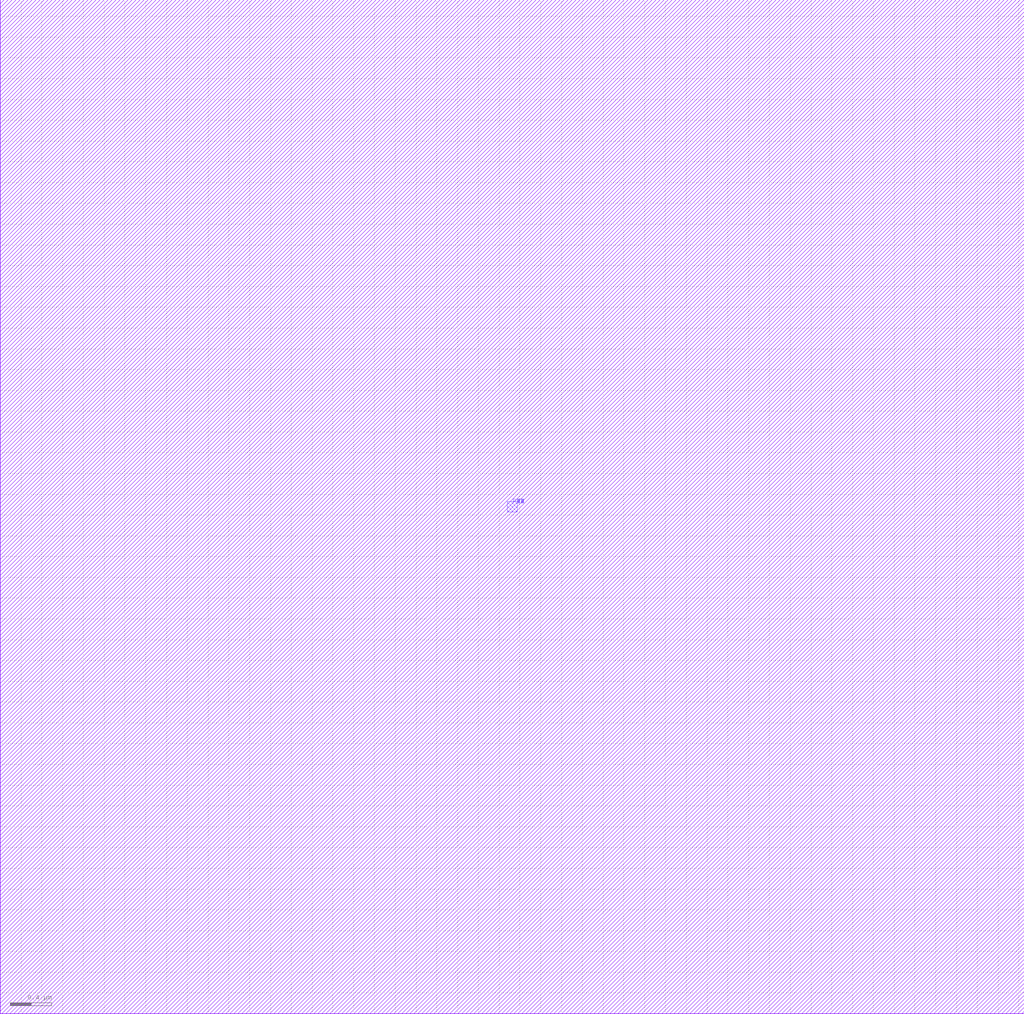
<source format=lef>

# Created      : Thu May 23 15:40:21 2002
# Platform     : Linux 2.4.10 #1 Fri Sep 28 09:29:45 EDT 2001 i686 
# User         : sadya@voskhod.eecs.umich.edu (Saurabh N Adya,Not Available,NotAvailable/Freysinger;CR0i;30) 

NAMESCASESENSITIVE ON ;
UNITS
DATABASE MICRONS 100 ;
END UNITS

LAYER poly
	TYPE MASTERSLICE ;
END poly
LAYER cont
	TYPE CUT ;
END cont
LAYER metal1
	TYPE ROUTING ;
	PITCH 1.7 ;
	WIDTH .8 ;
	SPACING .6 ;
	DIRECTION HORIZONTAL ;
END metal1

LAYER via1
	TYPE CUT ;
END via1

LAYER metal2
	TYPE ROUTING ;
	PITCH 2 ;
	WIDTH .8 ;
	SPACING .9 ;
	DIRECTION VERTICAL ;
END metal2

LAYER via2
	TYPE CUT ;
END via2

LAYER metal3
	TYPE ROUTING ;
	PITCH 1.7 ;
	WIDTH .8 ;
	SPACING .9 ;
	DIRECTION HORIZONTAL ;
END metal3

LAYER OVERLAP
	TYPE OVERLAP ;
END OVERLAP
VIA cont DEFAULT
	LAYER poly ;
		RECT -.6 -.6 .6 .6 ;
	LAYER cont ;
		RECT -.3 -.3 .3 .3 ;
	LAYER metal1 ;
		RECT -.4 -.4 .4 .4 ;
END cont

VIA via1 DEFAULT
	LAYER metal1 ;
		RECT -.7 -.7 .7 .7 ;
	LAYER via1 ;
		RECT -.3 -.3 .3 .3 ;
	LAYER metal2 ;
		RECT -.4 -.4 .4 .4 ;
END via1

VIA via2 DEFAULT
	LAYER metal2 ;
		RECT -.65 -.65 .65 .65 ;
	LAYER via2 ;
		RECT -.3 -.3 .3 .3 ;
	LAYER metal3 ;
		RECT -.4 -.4 .4 .4 ;
END via2

SPACING
	SAMENET metal1 metal1 .6 ;
	SAMENET metal2 metal2 .9 ;
	SAMENET metal3 metal3 .9 ;
	SAMENET cont cont .8 ;
	SAMENET cont via1 .65 ;
	SAMENET via1 via1 1 ;
	SAMENET via1 via2 .6 ;
	SAMENET via2 via1 1 ;
END SPACING
SITE core
	SIZE 0.01 BY 0.16 ;
	CLASS CORE ;
	SYMMETRY  Y  ;
END core

MACRO MAS0
	CLASS CORE ;
	SIZE 0.01 BY 0.01 ;
	ORIGIN 0 0 ;
	SYMMETRY X ;
	SITE core 0 0 N DO 1 BY 1 STEP 0 0 ;
	PIN P1
	DIRECTION INOUT ;
	USE SIGNAL ;
		PORT
			LAYER metal1 ;
				RECT 0.00495 0.00495 0.00505 0.00505 ;
		END
	END P1
END MAS0

MACRO MAS1
	CLASS CORE ;
	SIZE 0.02 BY 0.16 ;
	ORIGIN 0 0 ;
	SYMMETRY X ;
	SITE core 0 0 N DO 1 BY 1 STEP 0 0 ;
	PIN P1
	DIRECTION INOUT ;
	USE SIGNAL ;
		PORT
			LAYER metal1 ;
				RECT 0.0099 0.0792 0.0101 0.0808 ;
		END
	END P1
END MAS1

MACRO MAS2
	CLASS CORE ;
	SIZE 0.02 BY 0.16 ;
	ORIGIN 0 0 ;
	SYMMETRY X ;
	SITE core 0 0 N DO 1 BY 1 STEP 0 0 ;
	PIN P1
	DIRECTION INOUT ;
	USE SIGNAL ;
		PORT
			LAYER metal1 ;
				RECT 0.0099 0.0792 0.0101 0.0808 ;
		END
	END P1
	PIN P2
	DIRECTION INOUT ;
	USE SIGNAL ;
		PORT
			LAYER metal1 ;
				RECT 0.0099 0.0792 0.0101 0.0808 ;
		END
	END P2
END MAS2

MACRO MAS3
	CLASS CORE ;
	SIZE 0.04 BY 0.16 ;
	ORIGIN 0 0 ;
	SYMMETRY X ;
	SITE core 0 0 N DO 1 BY 1 STEP 0 0 ;
	PIN P1
	DIRECTION INOUT ;
	USE SIGNAL ;
		PORT
			LAYER metal1 ;
				RECT 0.0198 0.0792 0.0202 0.0808 ;
		END
	END P1
END MAS3

MACRO MAS4
	CLASS CORE ;
	SIZE 0.04 BY 0.16 ;
	ORIGIN 0 0 ;
	SYMMETRY X ;
	SITE core 0 0 N DO 1 BY 1 STEP 0 0 ;
	PIN P1
	DIRECTION INOUT ;
	USE SIGNAL ;
		PORT
			LAYER metal1 ;
				RECT 0.0198 0.0792 0.0202 0.0808 ;
		END
	END P1
	PIN P2
	DIRECTION INOUT ;
	USE SIGNAL ;
		PORT
			LAYER metal1 ;
				RECT 0.0198 0.0792 0.0202 0.0808 ;
		END
	END P2
END MAS4

MACRO MAS5
	CLASS CORE ;
	SIZE 0.04 BY 0.16 ;
	ORIGIN 0 0 ;
	SYMMETRY X ;
	SITE core 0 0 N DO 1 BY 1 STEP 0 0 ;
	PIN P1
	DIRECTION INOUT ;
	USE SIGNAL ;
		PORT
			LAYER metal1 ;
				RECT 0.0198 0.0792 0.0202 0.0808 ;
		END
	END P1
	PIN P2
	DIRECTION INOUT ;
	USE SIGNAL ;
		PORT
			LAYER metal1 ;
				RECT 0.0198 0.0792 0.0202 0.0808 ;
		END
	END P2
	PIN P3
	DIRECTION INOUT ;
	USE SIGNAL ;
		PORT
			LAYER metal1 ;
				RECT 0.0198 0.0792 0.0202 0.0808 ;
		END
	END P3
END MAS5

MACRO MAS6
	CLASS CORE ;
	SIZE 0.06 BY 0.16 ;
	ORIGIN 0 0 ;
	SYMMETRY X ;
	SITE core 0 0 N DO 1 BY 1 STEP 0 0 ;
	PIN P1
	DIRECTION INOUT ;
	USE SIGNAL ;
		PORT
			LAYER metal1 ;
				RECT 0.0297 0.0792 0.0303 0.0808 ;
		END
	END P1
	PIN P2
	DIRECTION INOUT ;
	USE SIGNAL ;
		PORT
			LAYER metal1 ;
				RECT 0.0297 0.0792 0.0303 0.0808 ;
		END
	END P2
END MAS6

MACRO MAS7
	CLASS CORE ;
	SIZE 0.06 BY 0.16 ;
	ORIGIN 0 0 ;
	SYMMETRY X ;
	SITE core 0 0 N DO 1 BY 1 STEP 0 0 ;
	PIN P1
	DIRECTION INOUT ;
	USE SIGNAL ;
		PORT
			LAYER metal1 ;
				RECT 0.0297 0.0792 0.0303 0.0808 ;
		END
	END P1
	PIN P2
	DIRECTION INOUT ;
	USE SIGNAL ;
		PORT
			LAYER metal1 ;
				RECT 0.0297 0.0792 0.0303 0.0808 ;
		END
	END P2
	PIN P3
	DIRECTION INOUT ;
	USE SIGNAL ;
		PORT
			LAYER metal1 ;
				RECT 0.0297 0.0792 0.0303 0.0808 ;
		END
	END P3
END MAS7

MACRO MAS8
	CLASS CORE ;
	SIZE 0.06 BY 0.16 ;
	ORIGIN 0 0 ;
	SYMMETRY X ;
	SITE core 0 0 N DO 1 BY 1 STEP 0 0 ;
	PIN P1
	DIRECTION INOUT ;
	USE SIGNAL ;
		PORT
			LAYER metal1 ;
				RECT 0.0297 0.0792 0.0303 0.0808 ;
		END
	END P1
	PIN P2
	DIRECTION INOUT ;
	USE SIGNAL ;
		PORT
			LAYER metal1 ;
				RECT 0.0297 0.0792 0.0303 0.0808 ;
		END
	END P2
	PIN P3
	DIRECTION INOUT ;
	USE SIGNAL ;
		PORT
			LAYER metal1 ;
				RECT 0.0297 0.0792 0.0303 0.0808 ;
		END
	END P3
	PIN P4
	DIRECTION INOUT ;
	USE SIGNAL ;
		PORT
			LAYER metal1 ;
				RECT 0.0297 0.0792 0.0303 0.0808 ;
		END
	END P4
END MAS8

MACRO MAS9
	CLASS CORE ;
	SIZE 0.06 BY 0.16 ;
	ORIGIN 0 0 ;
	SYMMETRY X ;
	SITE core 0 0 N DO 1 BY 1 STEP 0 0 ;
	PIN P1
	DIRECTION INOUT ;
	USE SIGNAL ;
		PORT
			LAYER metal1 ;
				RECT 0.0297 0.0792 0.0303 0.0808 ;
		END
	END P1
	PIN P2
	DIRECTION INOUT ;
	USE SIGNAL ;
		PORT
			LAYER metal1 ;
				RECT 0.0297 0.0792 0.0303 0.0808 ;
		END
	END P2
	PIN P3
	DIRECTION INOUT ;
	USE SIGNAL ;
		PORT
			LAYER metal1 ;
				RECT 0.0297 0.0792 0.0303 0.0808 ;
		END
	END P3
	PIN P4
	DIRECTION INOUT ;
	USE SIGNAL ;
		PORT
			LAYER metal1 ;
				RECT 0.0297 0.0792 0.0303 0.0808 ;
		END
	END P4
	PIN P5
	DIRECTION INOUT ;
	USE SIGNAL ;
		PORT
			LAYER metal1 ;
				RECT 0.0297 0.0792 0.0303 0.0808 ;
		END
	END P5
END MAS9

MACRO MAS10
	CLASS CORE ;
	SIZE 0.08 BY 0.16 ;
	ORIGIN 0 0 ;
	SYMMETRY X ;
	SITE core 0 0 N DO 1 BY 1 STEP 0 0 ;
	PIN P1
	DIRECTION INOUT ;
	USE SIGNAL ;
		PORT
			LAYER metal1 ;
				RECT 0.0396 0.0792 0.0404 0.0808 ;
		END
	END P1
END MAS10

MACRO MAS11
	CLASS CORE ;
	SIZE 0.08 BY 0.16 ;
	ORIGIN 0 0 ;
	SYMMETRY X ;
	SITE core 0 0 N DO 1 BY 1 STEP 0 0 ;
	PIN P1
	DIRECTION INOUT ;
	USE SIGNAL ;
		PORT
			LAYER metal1 ;
				RECT 0.0396 0.0792 0.0404 0.0808 ;
		END
	END P1
	PIN P2
	DIRECTION INOUT ;
	USE SIGNAL ;
		PORT
			LAYER metal1 ;
				RECT 0.0396 0.0792 0.0404 0.0808 ;
		END
	END P2
END MAS11

MACRO MAS12
	CLASS CORE ;
	SIZE 0.08 BY 0.16 ;
	ORIGIN 0 0 ;
	SYMMETRY X ;
	SITE core 0 0 N DO 1 BY 1 STEP 0 0 ;
	PIN P1
	DIRECTION INOUT ;
	USE SIGNAL ;
		PORT
			LAYER metal1 ;
				RECT 0.0396 0.0792 0.0404 0.0808 ;
		END
	END P1
	PIN P2
	DIRECTION INOUT ;
	USE SIGNAL ;
		PORT
			LAYER metal1 ;
				RECT 0.0396 0.0792 0.0404 0.0808 ;
		END
	END P2
	PIN P3
	DIRECTION INOUT ;
	USE SIGNAL ;
		PORT
			LAYER metal1 ;
				RECT 0.0396 0.0792 0.0404 0.0808 ;
		END
	END P3
END MAS12

MACRO MAS13
	CLASS CORE ;
	SIZE 0.08 BY 0.16 ;
	ORIGIN 0 0 ;
	SYMMETRY X ;
	SITE core 0 0 N DO 1 BY 1 STEP 0 0 ;
	PIN P1
	DIRECTION INOUT ;
	USE SIGNAL ;
		PORT
			LAYER metal1 ;
				RECT 0.0396 0.0792 0.0404 0.0808 ;
		END
	END P1
	PIN P2
	DIRECTION INOUT ;
	USE SIGNAL ;
		PORT
			LAYER metal1 ;
				RECT 0.0396 0.0792 0.0404 0.0808 ;
		END
	END P2
	PIN P3
	DIRECTION INOUT ;
	USE SIGNAL ;
		PORT
			LAYER metal1 ;
				RECT 0.0396 0.0792 0.0404 0.0808 ;
		END
	END P3
	PIN P4
	DIRECTION INOUT ;
	USE SIGNAL ;
		PORT
			LAYER metal1 ;
				RECT 0.0396 0.0792 0.0404 0.0808 ;
		END
	END P4
END MAS13

MACRO MAS14
	CLASS CORE ;
	SIZE 0.08 BY 0.16 ;
	ORIGIN 0 0 ;
	SYMMETRY X ;
	SITE core 0 0 N DO 1 BY 1 STEP 0 0 ;
	PIN P1
	DIRECTION INOUT ;
	USE SIGNAL ;
		PORT
			LAYER metal1 ;
				RECT 0.0396 0.0792 0.0404 0.0808 ;
		END
	END P1
	PIN P2
	DIRECTION INOUT ;
	USE SIGNAL ;
		PORT
			LAYER metal1 ;
				RECT 0.0396 0.0792 0.0404 0.0808 ;
		END
	END P2
	PIN P3
	DIRECTION INOUT ;
	USE SIGNAL ;
		PORT
			LAYER metal1 ;
				RECT 0.0396 0.0792 0.0404 0.0808 ;
		END
	END P3
	PIN P4
	DIRECTION INOUT ;
	USE SIGNAL ;
		PORT
			LAYER metal1 ;
				RECT 0.0396 0.0792 0.0404 0.0808 ;
		END
	END P4
	PIN P5
	DIRECTION INOUT ;
	USE SIGNAL ;
		PORT
			LAYER metal1 ;
				RECT 0.0396 0.0792 0.0404 0.0808 ;
		END
	END P5
END MAS14

MACRO MAS15
	CLASS CORE ;
	SIZE 0.1 BY 0.16 ;
	ORIGIN 0 0 ;
	SYMMETRY X ;
	SITE core 0 0 N DO 1 BY 1 STEP 0 0 ;
	PIN P1
	DIRECTION INOUT ;
	USE SIGNAL ;
		PORT
			LAYER metal1 ;
				RECT 0.0495 0.0792 0.0505 0.0808 ;
		END
	END P1
	PIN P2
	DIRECTION INOUT ;
	USE SIGNAL ;
		PORT
			LAYER metal1 ;
				RECT 0.0495 0.0792 0.0505 0.0808 ;
		END
	END P2
END MAS15

MACRO MAS16
	CLASS CORE ;
	SIZE 0.1 BY 0.16 ;
	ORIGIN 0 0 ;
	SYMMETRY X ;
	SITE core 0 0 N DO 1 BY 1 STEP 0 0 ;
	PIN P1
	DIRECTION INOUT ;
	USE SIGNAL ;
		PORT
			LAYER metal1 ;
				RECT 0.0495 0.0792 0.0505 0.0808 ;
		END
	END P1
	PIN P2
	DIRECTION INOUT ;
	USE SIGNAL ;
		PORT
			LAYER metal1 ;
				RECT 0.0495 0.0792 0.0505 0.0808 ;
		END
	END P2
	PIN P3
	DIRECTION INOUT ;
	USE SIGNAL ;
		PORT
			LAYER metal1 ;
				RECT 0.0495 0.0792 0.0505 0.0808 ;
		END
	END P3
	PIN P4
	DIRECTION INOUT ;
	USE SIGNAL ;
		PORT
			LAYER metal1 ;
				RECT 0.0495 0.0792 0.0505 0.0808 ;
		END
	END P4
END MAS16

MACRO MAS17
	CLASS CORE ;
	SIZE 0.1 BY 0.16 ;
	ORIGIN 0 0 ;
	SYMMETRY X ;
	SITE core 0 0 N DO 1 BY 1 STEP 0 0 ;
	PIN P1
	DIRECTION INOUT ;
	USE SIGNAL ;
		PORT
			LAYER metal1 ;
				RECT 0.0495 0.0792 0.0505 0.0808 ;
		END
	END P1
	PIN P2
	DIRECTION INOUT ;
	USE SIGNAL ;
		PORT
			LAYER metal1 ;
				RECT 0.0495 0.0792 0.0505 0.0808 ;
		END
	END P2
	PIN P3
	DIRECTION INOUT ;
	USE SIGNAL ;
		PORT
			LAYER metal1 ;
				RECT 0.0495 0.0792 0.0505 0.0808 ;
		END
	END P3
	PIN P4
	DIRECTION INOUT ;
	USE SIGNAL ;
		PORT
			LAYER metal1 ;
				RECT 0.0495 0.0792 0.0505 0.0808 ;
		END
	END P4
	PIN P5
	DIRECTION INOUT ;
	USE SIGNAL ;
		PORT
			LAYER metal1 ;
				RECT 0.0495 0.0792 0.0505 0.0808 ;
		END
	END P5
END MAS17

MACRO MAS18
	CLASS CORE ;
	SIZE 0.1 BY 0.16 ;
	ORIGIN 0 0 ;
	SYMMETRY X ;
	SITE core 0 0 N DO 1 BY 1 STEP 0 0 ;
	PIN P1
	DIRECTION INOUT ;
	USE SIGNAL ;
		PORT
			LAYER metal1 ;
				RECT 0.0495 0.0792 0.0505 0.0808 ;
		END
	END P1
	PIN P2
	DIRECTION INOUT ;
	USE SIGNAL ;
		PORT
			LAYER metal1 ;
				RECT 0.0495 0.0792 0.0505 0.0808 ;
		END
	END P2
	PIN P3
	DIRECTION INOUT ;
	USE SIGNAL ;
		PORT
			LAYER metal1 ;
				RECT 0.0495 0.0792 0.0505 0.0808 ;
		END
	END P3
	PIN P4
	DIRECTION INOUT ;
	USE SIGNAL ;
		PORT
			LAYER metal1 ;
				RECT 0.0495 0.0792 0.0505 0.0808 ;
		END
	END P4
	PIN P5
	DIRECTION INOUT ;
	USE SIGNAL ;
		PORT
			LAYER metal1 ;
				RECT 0.0495 0.0792 0.0505 0.0808 ;
		END
	END P5
	PIN P6
	DIRECTION INOUT ;
	USE SIGNAL ;
		PORT
			LAYER metal1 ;
				RECT 0.0495 0.0792 0.0505 0.0808 ;
		END
	END P6
END MAS18

MACRO MAS19
	CLASS CORE ;
	SIZE 0.1 BY 0.16 ;
	ORIGIN 0 0 ;
	SYMMETRY X ;
	SITE core 0 0 N DO 1 BY 1 STEP 0 0 ;
	PIN P1
	DIRECTION INOUT ;
	USE SIGNAL ;
		PORT
			LAYER metal1 ;
				RECT 0.0495 0.0792 0.0505 0.0808 ;
		END
	END P1
	PIN P2
	DIRECTION INOUT ;
	USE SIGNAL ;
		PORT
			LAYER metal1 ;
				RECT 0.0495 0.0792 0.0505 0.0808 ;
		END
	END P2
	PIN P3
	DIRECTION INOUT ;
	USE SIGNAL ;
		PORT
			LAYER metal1 ;
				RECT 0.0495 0.0792 0.0505 0.0808 ;
		END
	END P3
	PIN P4
	DIRECTION INOUT ;
	USE SIGNAL ;
		PORT
			LAYER metal1 ;
				RECT 0.0495 0.0792 0.0505 0.0808 ;
		END
	END P4
	PIN P5
	DIRECTION INOUT ;
	USE SIGNAL ;
		PORT
			LAYER metal1 ;
				RECT 0.0495 0.0792 0.0505 0.0808 ;
		END
	END P5
	PIN P6
	DIRECTION INOUT ;
	USE SIGNAL ;
		PORT
			LAYER metal1 ;
				RECT 0.0495 0.0792 0.0505 0.0808 ;
		END
	END P6
	PIN P7
	DIRECTION INOUT ;
	USE SIGNAL ;
		PORT
			LAYER metal1 ;
				RECT 0.0495 0.0792 0.0505 0.0808 ;
		END
	END P7
END MAS19

MACRO MAS20
	CLASS CORE ;
	SIZE 0.12 BY 0.16 ;
	ORIGIN 0 0 ;
	SYMMETRY X ;
	SITE core 0 0 N DO 1 BY 1 STEP 0 0 ;
	PIN P1
	DIRECTION INOUT ;
	USE SIGNAL ;
		PORT
			LAYER metal1 ;
				RECT 0.0594 0.0792 0.0606 0.0808 ;
		END
	END P1
	PIN P2
	DIRECTION INOUT ;
	USE SIGNAL ;
		PORT
			LAYER metal1 ;
				RECT 0.0594 0.0792 0.0606 0.0808 ;
		END
	END P2
END MAS20

MACRO MAS21
	CLASS CORE ;
	SIZE 0.12 BY 0.16 ;
	ORIGIN 0 0 ;
	SYMMETRY X ;
	SITE core 0 0 N DO 1 BY 1 STEP 0 0 ;
	PIN P1
	DIRECTION INOUT ;
	USE SIGNAL ;
		PORT
			LAYER metal1 ;
				RECT 0.0594 0.0792 0.0606 0.0808 ;
		END
	END P1
	PIN P2
	DIRECTION INOUT ;
	USE SIGNAL ;
		PORT
			LAYER metal1 ;
				RECT 0.0594 0.0792 0.0606 0.0808 ;
		END
	END P2
	PIN P3
	DIRECTION INOUT ;
	USE SIGNAL ;
		PORT
			LAYER metal1 ;
				RECT 0.0594 0.0792 0.0606 0.0808 ;
		END
	END P3
END MAS21

MACRO MAS22
	CLASS CORE ;
	SIZE 0.12 BY 0.16 ;
	ORIGIN 0 0 ;
	SYMMETRY X ;
	SITE core 0 0 N DO 1 BY 1 STEP 0 0 ;
	PIN P1
	DIRECTION INOUT ;
	USE SIGNAL ;
		PORT
			LAYER metal1 ;
				RECT 0.0594 0.0792 0.0606 0.0808 ;
		END
	END P1
	PIN P2
	DIRECTION INOUT ;
	USE SIGNAL ;
		PORT
			LAYER metal1 ;
				RECT 0.0594 0.0792 0.0606 0.0808 ;
		END
	END P2
	PIN P3
	DIRECTION INOUT ;
	USE SIGNAL ;
		PORT
			LAYER metal1 ;
				RECT 0.0594 0.0792 0.0606 0.0808 ;
		END
	END P3
	PIN P4
	DIRECTION INOUT ;
	USE SIGNAL ;
		PORT
			LAYER metal1 ;
				RECT 0.0594 0.0792 0.0606 0.0808 ;
		END
	END P4
END MAS22

MACRO MAS23
	CLASS CORE ;
	SIZE 0.12 BY 0.16 ;
	ORIGIN 0 0 ;
	SYMMETRY X ;
	SITE core 0 0 N DO 1 BY 1 STEP 0 0 ;
	PIN P1
	DIRECTION INOUT ;
	USE SIGNAL ;
		PORT
			LAYER metal1 ;
				RECT 0.0594 0.0792 0.0606 0.0808 ;
		END
	END P1
	PIN P2
	DIRECTION INOUT ;
	USE SIGNAL ;
		PORT
			LAYER metal1 ;
				RECT 0.0594 0.0792 0.0606 0.0808 ;
		END
	END P2
	PIN P3
	DIRECTION INOUT ;
	USE SIGNAL ;
		PORT
			LAYER metal1 ;
				RECT 0.0594 0.0792 0.0606 0.0808 ;
		END
	END P3
	PIN P4
	DIRECTION INOUT ;
	USE SIGNAL ;
		PORT
			LAYER metal1 ;
				RECT 0.0594 0.0792 0.0606 0.0808 ;
		END
	END P4
	PIN P5
	DIRECTION INOUT ;
	USE SIGNAL ;
		PORT
			LAYER metal1 ;
				RECT 0.0594 0.0792 0.0606 0.0808 ;
		END
	END P5
END MAS23

MACRO MAS24
	CLASS CORE ;
	SIZE 0.12 BY 0.16 ;
	ORIGIN 0 0 ;
	SYMMETRY X ;
	SITE core 0 0 N DO 1 BY 1 STEP 0 0 ;
	PIN P1
	DIRECTION INOUT ;
	USE SIGNAL ;
		PORT
			LAYER metal1 ;
				RECT 0.0594 0.0792 0.0606 0.0808 ;
		END
	END P1
	PIN P2
	DIRECTION INOUT ;
	USE SIGNAL ;
		PORT
			LAYER metal1 ;
				RECT 0.0594 0.0792 0.0606 0.0808 ;
		END
	END P2
	PIN P3
	DIRECTION INOUT ;
	USE SIGNAL ;
		PORT
			LAYER metal1 ;
				RECT 0.0594 0.0792 0.0606 0.0808 ;
		END
	END P3
	PIN P4
	DIRECTION INOUT ;
	USE SIGNAL ;
		PORT
			LAYER metal1 ;
				RECT 0.0594 0.0792 0.0606 0.0808 ;
		END
	END P4
	PIN P5
	DIRECTION INOUT ;
	USE SIGNAL ;
		PORT
			LAYER metal1 ;
				RECT 0.0594 0.0792 0.0606 0.0808 ;
		END
	END P5
	PIN P6
	DIRECTION INOUT ;
	USE SIGNAL ;
		PORT
			LAYER metal1 ;
				RECT 0.0594 0.0792 0.0606 0.0808 ;
		END
	END P6
END MAS24

MACRO MAS25
	CLASS CORE ;
	SIZE 0.12 BY 0.16 ;
	ORIGIN 0 0 ;
	SYMMETRY X ;
	SITE core 0 0 N DO 1 BY 1 STEP 0 0 ;
	PIN P1
	DIRECTION INOUT ;
	USE SIGNAL ;
		PORT
			LAYER metal1 ;
				RECT 0.0594 0.0792 0.0606 0.0808 ;
		END
	END P1
	PIN P2
	DIRECTION INOUT ;
	USE SIGNAL ;
		PORT
			LAYER metal1 ;
				RECT 0.0594 0.0792 0.0606 0.0808 ;
		END
	END P2
	PIN P3
	DIRECTION INOUT ;
	USE SIGNAL ;
		PORT
			LAYER metal1 ;
				RECT 0.0594 0.0792 0.0606 0.0808 ;
		END
	END P3
	PIN P4
	DIRECTION INOUT ;
	USE SIGNAL ;
		PORT
			LAYER metal1 ;
				RECT 0.0594 0.0792 0.0606 0.0808 ;
		END
	END P4
	PIN P5
	DIRECTION INOUT ;
	USE SIGNAL ;
		PORT
			LAYER metal1 ;
				RECT 0.0594 0.0792 0.0606 0.0808 ;
		END
	END P5
	PIN P6
	DIRECTION INOUT ;
	USE SIGNAL ;
		PORT
			LAYER metal1 ;
				RECT 0.0594 0.0792 0.0606 0.0808 ;
		END
	END P6
	PIN P7
	DIRECTION INOUT ;
	USE SIGNAL ;
		PORT
			LAYER metal1 ;
				RECT 0.0594 0.0792 0.0606 0.0808 ;
		END
	END P7
END MAS25

MACRO MAS26
	CLASS CORE ;
	SIZE 0.12 BY 0.16 ;
	ORIGIN 0 0 ;
	SYMMETRY X ;
	SITE core 0 0 N DO 1 BY 1 STEP 0 0 ;
	PIN P1
	DIRECTION INOUT ;
	USE SIGNAL ;
		PORT
			LAYER metal1 ;
				RECT 0.0594 0.0792 0.0606 0.0808 ;
		END
	END P1
	PIN P2
	DIRECTION INOUT ;
	USE SIGNAL ;
		PORT
			LAYER metal1 ;
				RECT 0.0594 0.0792 0.0606 0.0808 ;
		END
	END P2
	PIN P3
	DIRECTION INOUT ;
	USE SIGNAL ;
		PORT
			LAYER metal1 ;
				RECT 0.0594 0.0792 0.0606 0.0808 ;
		END
	END P3
	PIN P4
	DIRECTION INOUT ;
	USE SIGNAL ;
		PORT
			LAYER metal1 ;
				RECT 0.0594 0.0792 0.0606 0.0808 ;
		END
	END P4
	PIN P5
	DIRECTION INOUT ;
	USE SIGNAL ;
		PORT
			LAYER metal1 ;
				RECT 0.0594 0.0792 0.0606 0.0808 ;
		END
	END P5
	PIN P6
	DIRECTION INOUT ;
	USE SIGNAL ;
		PORT
			LAYER metal1 ;
				RECT 0.0594 0.0792 0.0606 0.0808 ;
		END
	END P6
	PIN P7
	DIRECTION INOUT ;
	USE SIGNAL ;
		PORT
			LAYER metal1 ;
				RECT 0.0594 0.0792 0.0606 0.0808 ;
		END
	END P7
	PIN P8
	DIRECTION INOUT ;
	USE SIGNAL ;
		PORT
			LAYER metal1 ;
				RECT 0.0594 0.0792 0.0606 0.0808 ;
		END
	END P8
END MAS26

MACRO MAS27
	CLASS CORE ;
	SIZE 0.12 BY 0.16 ;
	ORIGIN 0 0 ;
	SYMMETRY X ;
	SITE core 0 0 N DO 1 BY 1 STEP 0 0 ;
	PIN P1
	DIRECTION INOUT ;
	USE SIGNAL ;
		PORT
			LAYER metal1 ;
				RECT 0.0594 0.0792 0.0606 0.0808 ;
		END
	END P1
	PIN P2
	DIRECTION INOUT ;
	USE SIGNAL ;
		PORT
			LAYER metal1 ;
				RECT 0.0594 0.0792 0.0606 0.0808 ;
		END
	END P2
	PIN P3
	DIRECTION INOUT ;
	USE SIGNAL ;
		PORT
			LAYER metal1 ;
				RECT 0.0594 0.0792 0.0606 0.0808 ;
		END
	END P3
	PIN P4
	DIRECTION INOUT ;
	USE SIGNAL ;
		PORT
			LAYER metal1 ;
				RECT 0.0594 0.0792 0.0606 0.0808 ;
		END
	END P4
	PIN P5
	DIRECTION INOUT ;
	USE SIGNAL ;
		PORT
			LAYER metal1 ;
				RECT 0.0594 0.0792 0.0606 0.0808 ;
		END
	END P5
	PIN P6
	DIRECTION INOUT ;
	USE SIGNAL ;
		PORT
			LAYER metal1 ;
				RECT 0.0594 0.0792 0.0606 0.0808 ;
		END
	END P6
	PIN P7
	DIRECTION INOUT ;
	USE SIGNAL ;
		PORT
			LAYER metal1 ;
				RECT 0.0594 0.0792 0.0606 0.0808 ;
		END
	END P7
	PIN P8
	DIRECTION INOUT ;
	USE SIGNAL ;
		PORT
			LAYER metal1 ;
				RECT 0.0594 0.0792 0.0606 0.0808 ;
		END
	END P8
	PIN P9
	DIRECTION INOUT ;
	USE SIGNAL ;
		PORT
			LAYER metal1 ;
				RECT 0.0594 0.0792 0.0606 0.0808 ;
		END
	END P9
END MAS27

MACRO MAS28
	CLASS CORE ;
	SIZE 0.14 BY 0.16 ;
	ORIGIN 0 0 ;
	SYMMETRY X ;
	SITE core 0 0 N DO 1 BY 1 STEP 0 0 ;
	PIN P1
	DIRECTION INOUT ;
	USE SIGNAL ;
		PORT
			LAYER metal1 ;
				RECT 0.0693 0.0792 0.0707 0.0808 ;
		END
	END P1
	PIN P2
	DIRECTION INOUT ;
	USE SIGNAL ;
		PORT
			LAYER metal1 ;
				RECT 0.0693 0.0792 0.0707 0.0808 ;
		END
	END P2
END MAS28

MACRO MAS29
	CLASS CORE ;
	SIZE 0.14 BY 0.16 ;
	ORIGIN 0 0 ;
	SYMMETRY X ;
	SITE core 0 0 N DO 1 BY 1 STEP 0 0 ;
	PIN P1
	DIRECTION INOUT ;
	USE SIGNAL ;
		PORT
			LAYER metal1 ;
				RECT 0.0693 0.0792 0.0707 0.0808 ;
		END
	END P1
	PIN P2
	DIRECTION INOUT ;
	USE SIGNAL ;
		PORT
			LAYER metal1 ;
				RECT 0.0693 0.0792 0.0707 0.0808 ;
		END
	END P2
	PIN P3
	DIRECTION INOUT ;
	USE SIGNAL ;
		PORT
			LAYER metal1 ;
				RECT 0.0693 0.0792 0.0707 0.0808 ;
		END
	END P3
	PIN P4
	DIRECTION INOUT ;
	USE SIGNAL ;
		PORT
			LAYER metal1 ;
				RECT 0.0693 0.0792 0.0707 0.0808 ;
		END
	END P4
END MAS29

MACRO MAS30
	CLASS CORE ;
	SIZE 0.14 BY 0.16 ;
	ORIGIN 0 0 ;
	SYMMETRY X ;
	SITE core 0 0 N DO 1 BY 1 STEP 0 0 ;
	PIN P1
	DIRECTION INOUT ;
	USE SIGNAL ;
		PORT
			LAYER metal1 ;
				RECT 0.0693 0.0792 0.0707 0.0808 ;
		END
	END P1
	PIN P2
	DIRECTION INOUT ;
	USE SIGNAL ;
		PORT
			LAYER metal1 ;
				RECT 0.0693 0.0792 0.0707 0.0808 ;
		END
	END P2
	PIN P3
	DIRECTION INOUT ;
	USE SIGNAL ;
		PORT
			LAYER metal1 ;
				RECT 0.0693 0.0792 0.0707 0.0808 ;
		END
	END P3
	PIN P4
	DIRECTION INOUT ;
	USE SIGNAL ;
		PORT
			LAYER metal1 ;
				RECT 0.0693 0.0792 0.0707 0.0808 ;
		END
	END P4
	PIN P5
	DIRECTION INOUT ;
	USE SIGNAL ;
		PORT
			LAYER metal1 ;
				RECT 0.0693 0.0792 0.0707 0.0808 ;
		END
	END P5
END MAS30

MACRO MAS31
	CLASS CORE ;
	SIZE 0.14 BY 0.16 ;
	ORIGIN 0 0 ;
	SYMMETRY X ;
	SITE core 0 0 N DO 1 BY 1 STEP 0 0 ;
	PIN P1
	DIRECTION INOUT ;
	USE SIGNAL ;
		PORT
			LAYER metal1 ;
				RECT 0.0693 0.0792 0.0707 0.0808 ;
		END
	END P1
	PIN P2
	DIRECTION INOUT ;
	USE SIGNAL ;
		PORT
			LAYER metal1 ;
				RECT 0.0693 0.0792 0.0707 0.0808 ;
		END
	END P2
	PIN P3
	DIRECTION INOUT ;
	USE SIGNAL ;
		PORT
			LAYER metal1 ;
				RECT 0.0693 0.0792 0.0707 0.0808 ;
		END
	END P3
	PIN P4
	DIRECTION INOUT ;
	USE SIGNAL ;
		PORT
			LAYER metal1 ;
				RECT 0.0693 0.0792 0.0707 0.0808 ;
		END
	END P4
	PIN P5
	DIRECTION INOUT ;
	USE SIGNAL ;
		PORT
			LAYER metal1 ;
				RECT 0.0693 0.0792 0.0707 0.0808 ;
		END
	END P5
	PIN P6
	DIRECTION INOUT ;
	USE SIGNAL ;
		PORT
			LAYER metal1 ;
				RECT 0.0693 0.0792 0.0707 0.0808 ;
		END
	END P6
END MAS31

MACRO MAS32
	CLASS CORE ;
	SIZE 0.14 BY 0.16 ;
	ORIGIN 0 0 ;
	SYMMETRY X ;
	SITE core 0 0 N DO 1 BY 1 STEP 0 0 ;
	PIN P1
	DIRECTION INOUT ;
	USE SIGNAL ;
		PORT
			LAYER metal1 ;
				RECT 0.0693 0.0792 0.0707 0.0808 ;
		END
	END P1
	PIN P2
	DIRECTION INOUT ;
	USE SIGNAL ;
		PORT
			LAYER metal1 ;
				RECT 0.0693 0.0792 0.0707 0.0808 ;
		END
	END P2
	PIN P3
	DIRECTION INOUT ;
	USE SIGNAL ;
		PORT
			LAYER metal1 ;
				RECT 0.0693 0.0792 0.0707 0.0808 ;
		END
	END P3
	PIN P4
	DIRECTION INOUT ;
	USE SIGNAL ;
		PORT
			LAYER metal1 ;
				RECT 0.0693 0.0792 0.0707 0.0808 ;
		END
	END P4
	PIN P5
	DIRECTION INOUT ;
	USE SIGNAL ;
		PORT
			LAYER metal1 ;
				RECT 0.0693 0.0792 0.0707 0.0808 ;
		END
	END P5
	PIN P6
	DIRECTION INOUT ;
	USE SIGNAL ;
		PORT
			LAYER metal1 ;
				RECT 0.0693 0.0792 0.0707 0.0808 ;
		END
	END P6
	PIN P7
	DIRECTION INOUT ;
	USE SIGNAL ;
		PORT
			LAYER metal1 ;
				RECT 0.0693 0.0792 0.0707 0.0808 ;
		END
	END P7
END MAS32

MACRO MAS33
	CLASS CORE ;
	SIZE 0.14 BY 0.16 ;
	ORIGIN 0 0 ;
	SYMMETRY X ;
	SITE core 0 0 N DO 1 BY 1 STEP 0 0 ;
	PIN P1
	DIRECTION INOUT ;
	USE SIGNAL ;
		PORT
			LAYER metal1 ;
				RECT 0.0693 0.0792 0.0707 0.0808 ;
		END
	END P1
	PIN P2
	DIRECTION INOUT ;
	USE SIGNAL ;
		PORT
			LAYER metal1 ;
				RECT 0.0693 0.0792 0.0707 0.0808 ;
		END
	END P2
	PIN P3
	DIRECTION INOUT ;
	USE SIGNAL ;
		PORT
			LAYER metal1 ;
				RECT 0.0693 0.0792 0.0707 0.0808 ;
		END
	END P3
	PIN P4
	DIRECTION INOUT ;
	USE SIGNAL ;
		PORT
			LAYER metal1 ;
				RECT 0.0693 0.0792 0.0707 0.0808 ;
		END
	END P4
	PIN P5
	DIRECTION INOUT ;
	USE SIGNAL ;
		PORT
			LAYER metal1 ;
				RECT 0.0693 0.0792 0.0707 0.0808 ;
		END
	END P5
	PIN P6
	DIRECTION INOUT ;
	USE SIGNAL ;
		PORT
			LAYER metal1 ;
				RECT 0.0693 0.0792 0.0707 0.0808 ;
		END
	END P6
	PIN P7
	DIRECTION INOUT ;
	USE SIGNAL ;
		PORT
			LAYER metal1 ;
				RECT 0.0693 0.0792 0.0707 0.0808 ;
		END
	END P7
	PIN P8
	DIRECTION INOUT ;
	USE SIGNAL ;
		PORT
			LAYER metal1 ;
				RECT 0.0693 0.0792 0.0707 0.0808 ;
		END
	END P8
END MAS33

MACRO MAS34
	CLASS CORE ;
	SIZE 0.14 BY 0.16 ;
	ORIGIN 0 0 ;
	SYMMETRY X ;
	SITE core 0 0 N DO 1 BY 1 STEP 0 0 ;
	PIN P1
	DIRECTION INOUT ;
	USE SIGNAL ;
		PORT
			LAYER metal1 ;
				RECT 0.0693 0.0792 0.0707 0.0808 ;
		END
	END P1
	PIN P2
	DIRECTION INOUT ;
	USE SIGNAL ;
		PORT
			LAYER metal1 ;
				RECT 0.0693 0.0792 0.0707 0.0808 ;
		END
	END P2
	PIN P3
	DIRECTION INOUT ;
	USE SIGNAL ;
		PORT
			LAYER metal1 ;
				RECT 0.0693 0.0792 0.0707 0.0808 ;
		END
	END P3
	PIN P4
	DIRECTION INOUT ;
	USE SIGNAL ;
		PORT
			LAYER metal1 ;
				RECT 0.0693 0.0792 0.0707 0.0808 ;
		END
	END P4
	PIN P5
	DIRECTION INOUT ;
	USE SIGNAL ;
		PORT
			LAYER metal1 ;
				RECT 0.0693 0.0792 0.0707 0.0808 ;
		END
	END P5
	PIN P6
	DIRECTION INOUT ;
	USE SIGNAL ;
		PORT
			LAYER metal1 ;
				RECT 0.0693 0.0792 0.0707 0.0808 ;
		END
	END P6
	PIN P7
	DIRECTION INOUT ;
	USE SIGNAL ;
		PORT
			LAYER metal1 ;
				RECT 0.0693 0.0792 0.0707 0.0808 ;
		END
	END P7
	PIN P8
	DIRECTION INOUT ;
	USE SIGNAL ;
		PORT
			LAYER metal1 ;
				RECT 0.0693 0.0792 0.0707 0.0808 ;
		END
	END P8
	PIN P9
	DIRECTION INOUT ;
	USE SIGNAL ;
		PORT
			LAYER metal1 ;
				RECT 0.0693 0.0792 0.0707 0.0808 ;
		END
	END P9
END MAS34

MACRO MAS35
	CLASS CORE ;
	SIZE 0.16 BY 0.16 ;
	ORIGIN 0 0 ;
	SYMMETRY X ;
	SITE core 0 0 N DO 1 BY 1 STEP 0 0 ;
	PIN P1
	DIRECTION INOUT ;
	USE SIGNAL ;
		PORT
			LAYER metal1 ;
				RECT 0.0792 0.0792 0.0808 0.0808 ;
		END
	END P1
	PIN P2
	DIRECTION INOUT ;
	USE SIGNAL ;
		PORT
			LAYER metal1 ;
				RECT 0.0792 0.0792 0.0808 0.0808 ;
		END
	END P2
END MAS35

MACRO MAS36
	CLASS CORE ;
	SIZE 0.16 BY 0.16 ;
	ORIGIN 0 0 ;
	SYMMETRY X ;
	SITE core 0 0 N DO 1 BY 1 STEP 0 0 ;
	PIN P1
	DIRECTION INOUT ;
	USE SIGNAL ;
		PORT
			LAYER metal1 ;
				RECT 0.0792 0.0792 0.0808 0.0808 ;
		END
	END P1
	PIN P2
	DIRECTION INOUT ;
	USE SIGNAL ;
		PORT
			LAYER metal1 ;
				RECT 0.0792 0.0792 0.0808 0.0808 ;
		END
	END P2
	PIN P3
	DIRECTION INOUT ;
	USE SIGNAL ;
		PORT
			LAYER metal1 ;
				RECT 0.0792 0.0792 0.0808 0.0808 ;
		END
	END P3
	PIN P4
	DIRECTION INOUT ;
	USE SIGNAL ;
		PORT
			LAYER metal1 ;
				RECT 0.0792 0.0792 0.0808 0.0808 ;
		END
	END P4
END MAS36

MACRO MAS37
	CLASS CORE ;
	SIZE 0.16 BY 0.16 ;
	ORIGIN 0 0 ;
	SYMMETRY X ;
	SITE core 0 0 N DO 1 BY 1 STEP 0 0 ;
	PIN P1
	DIRECTION INOUT ;
	USE SIGNAL ;
		PORT
			LAYER metal1 ;
				RECT 0.0792 0.0792 0.0808 0.0808 ;
		END
	END P1
	PIN P2
	DIRECTION INOUT ;
	USE SIGNAL ;
		PORT
			LAYER metal1 ;
				RECT 0.0792 0.0792 0.0808 0.0808 ;
		END
	END P2
	PIN P3
	DIRECTION INOUT ;
	USE SIGNAL ;
		PORT
			LAYER metal1 ;
				RECT 0.0792 0.0792 0.0808 0.0808 ;
		END
	END P3
	PIN P4
	DIRECTION INOUT ;
	USE SIGNAL ;
		PORT
			LAYER metal1 ;
				RECT 0.0792 0.0792 0.0808 0.0808 ;
		END
	END P4
	PIN P5
	DIRECTION INOUT ;
	USE SIGNAL ;
		PORT
			LAYER metal1 ;
				RECT 0.0792 0.0792 0.0808 0.0808 ;
		END
	END P5
END MAS37

MACRO MAS38
	CLASS CORE ;
	SIZE 0.16 BY 0.16 ;
	ORIGIN 0 0 ;
	SYMMETRY X ;
	SITE core 0 0 N DO 1 BY 1 STEP 0 0 ;
	PIN P1
	DIRECTION INOUT ;
	USE SIGNAL ;
		PORT
			LAYER metal1 ;
				RECT 0.0792 0.0792 0.0808 0.0808 ;
		END
	END P1
	PIN P2
	DIRECTION INOUT ;
	USE SIGNAL ;
		PORT
			LAYER metal1 ;
				RECT 0.0792 0.0792 0.0808 0.0808 ;
		END
	END P2
	PIN P3
	DIRECTION INOUT ;
	USE SIGNAL ;
		PORT
			LAYER metal1 ;
				RECT 0.0792 0.0792 0.0808 0.0808 ;
		END
	END P3
	PIN P4
	DIRECTION INOUT ;
	USE SIGNAL ;
		PORT
			LAYER metal1 ;
				RECT 0.0792 0.0792 0.0808 0.0808 ;
		END
	END P4
	PIN P5
	DIRECTION INOUT ;
	USE SIGNAL ;
		PORT
			LAYER metal1 ;
				RECT 0.0792 0.0792 0.0808 0.0808 ;
		END
	END P5
	PIN P6
	DIRECTION INOUT ;
	USE SIGNAL ;
		PORT
			LAYER metal1 ;
				RECT 0.0792 0.0792 0.0808 0.0808 ;
		END
	END P6
END MAS38

MACRO MAS39
	CLASS CORE ;
	SIZE 0.16 BY 0.16 ;
	ORIGIN 0 0 ;
	SYMMETRY X ;
	SITE core 0 0 N DO 1 BY 1 STEP 0 0 ;
	PIN P1
	DIRECTION INOUT ;
	USE SIGNAL ;
		PORT
			LAYER metal1 ;
				RECT 0.0792 0.0792 0.0808 0.0808 ;
		END
	END P1
	PIN P2
	DIRECTION INOUT ;
	USE SIGNAL ;
		PORT
			LAYER metal1 ;
				RECT 0.0792 0.0792 0.0808 0.0808 ;
		END
	END P2
	PIN P3
	DIRECTION INOUT ;
	USE SIGNAL ;
		PORT
			LAYER metal1 ;
				RECT 0.0792 0.0792 0.0808 0.0808 ;
		END
	END P3
	PIN P4
	DIRECTION INOUT ;
	USE SIGNAL ;
		PORT
			LAYER metal1 ;
				RECT 0.0792 0.0792 0.0808 0.0808 ;
		END
	END P4
	PIN P5
	DIRECTION INOUT ;
	USE SIGNAL ;
		PORT
			LAYER metal1 ;
				RECT 0.0792 0.0792 0.0808 0.0808 ;
		END
	END P5
	PIN P6
	DIRECTION INOUT ;
	USE SIGNAL ;
		PORT
			LAYER metal1 ;
				RECT 0.0792 0.0792 0.0808 0.0808 ;
		END
	END P6
	PIN P7
	DIRECTION INOUT ;
	USE SIGNAL ;
		PORT
			LAYER metal1 ;
				RECT 0.0792 0.0792 0.0808 0.0808 ;
		END
	END P7
END MAS39

MACRO MAS40
	CLASS CORE ;
	SIZE 0.16 BY 0.16 ;
	ORIGIN 0 0 ;
	SYMMETRY X ;
	SITE core 0 0 N DO 1 BY 1 STEP 0 0 ;
	PIN P1
	DIRECTION INOUT ;
	USE SIGNAL ;
		PORT
			LAYER metal1 ;
				RECT 0.0792 0.0792 0.0808 0.0808 ;
		END
	END P1
	PIN P2
	DIRECTION INOUT ;
	USE SIGNAL ;
		PORT
			LAYER metal1 ;
				RECT 0.0792 0.0792 0.0808 0.0808 ;
		END
	END P2
	PIN P3
	DIRECTION INOUT ;
	USE SIGNAL ;
		PORT
			LAYER metal1 ;
				RECT 0.0792 0.0792 0.0808 0.0808 ;
		END
	END P3
	PIN P4
	DIRECTION INOUT ;
	USE SIGNAL ;
		PORT
			LAYER metal1 ;
				RECT 0.0792 0.0792 0.0808 0.0808 ;
		END
	END P4
	PIN P5
	DIRECTION INOUT ;
	USE SIGNAL ;
		PORT
			LAYER metal1 ;
				RECT 0.0792 0.0792 0.0808 0.0808 ;
		END
	END P5
	PIN P6
	DIRECTION INOUT ;
	USE SIGNAL ;
		PORT
			LAYER metal1 ;
				RECT 0.0792 0.0792 0.0808 0.0808 ;
		END
	END P6
	PIN P7
	DIRECTION INOUT ;
	USE SIGNAL ;
		PORT
			LAYER metal1 ;
				RECT 0.0792 0.0792 0.0808 0.0808 ;
		END
	END P7
	PIN P8
	DIRECTION INOUT ;
	USE SIGNAL ;
		PORT
			LAYER metal1 ;
				RECT 0.0792 0.0792 0.0808 0.0808 ;
		END
	END P8
END MAS40

MACRO MAS41
	CLASS CORE ;
	SIZE 0.16 BY 0.16 ;
	ORIGIN 0 0 ;
	SYMMETRY X ;
	SITE core 0 0 N DO 1 BY 1 STEP 0 0 ;
	PIN P1
	DIRECTION INOUT ;
	USE SIGNAL ;
		PORT
			LAYER metal1 ;
				RECT 0.0792 0.0792 0.0808 0.0808 ;
		END
	END P1
	PIN P2
	DIRECTION INOUT ;
	USE SIGNAL ;
		PORT
			LAYER metal1 ;
				RECT 0.0792 0.0792 0.0808 0.0808 ;
		END
	END P2
	PIN P3
	DIRECTION INOUT ;
	USE SIGNAL ;
		PORT
			LAYER metal1 ;
				RECT 0.0792 0.0792 0.0808 0.0808 ;
		END
	END P3
	PIN P4
	DIRECTION INOUT ;
	USE SIGNAL ;
		PORT
			LAYER metal1 ;
				RECT 0.0792 0.0792 0.0808 0.0808 ;
		END
	END P4
	PIN P5
	DIRECTION INOUT ;
	USE SIGNAL ;
		PORT
			LAYER metal1 ;
				RECT 0.0792 0.0792 0.0808 0.0808 ;
		END
	END P5
	PIN P6
	DIRECTION INOUT ;
	USE SIGNAL ;
		PORT
			LAYER metal1 ;
				RECT 0.0792 0.0792 0.0808 0.0808 ;
		END
	END P6
	PIN P7
	DIRECTION INOUT ;
	USE SIGNAL ;
		PORT
			LAYER metal1 ;
				RECT 0.0792 0.0792 0.0808 0.0808 ;
		END
	END P7
	PIN P8
	DIRECTION INOUT ;
	USE SIGNAL ;
		PORT
			LAYER metal1 ;
				RECT 0.0792 0.0792 0.0808 0.0808 ;
		END
	END P8
	PIN P9
	DIRECTION INOUT ;
	USE SIGNAL ;
		PORT
			LAYER metal1 ;
				RECT 0.0792 0.0792 0.0808 0.0808 ;
		END
	END P9
END MAS41

MACRO MAS42
	CLASS CORE ;
	SIZE 0.18 BY 0.16 ;
	ORIGIN 0 0 ;
	SYMMETRY X ;
	SITE core 0 0 N DO 1 BY 1 STEP 0 0 ;
	PIN P1
	DIRECTION INOUT ;
	USE SIGNAL ;
		PORT
			LAYER metal1 ;
				RECT 0.0891 0.0792 0.0909 0.0808 ;
		END
	END P1
	PIN P2
	DIRECTION INOUT ;
	USE SIGNAL ;
		PORT
			LAYER metal1 ;
				RECT 0.0891 0.0792 0.0909 0.0808 ;
		END
	END P2
	PIN P3
	DIRECTION INOUT ;
	USE SIGNAL ;
		PORT
			LAYER metal1 ;
				RECT 0.0891 0.0792 0.0909 0.0808 ;
		END
	END P3
	PIN P4
	DIRECTION INOUT ;
	USE SIGNAL ;
		PORT
			LAYER metal1 ;
				RECT 0.0891 0.0792 0.0909 0.0808 ;
		END
	END P4
	PIN P5
	DIRECTION INOUT ;
	USE SIGNAL ;
		PORT
			LAYER metal1 ;
				RECT 0.0891 0.0792 0.0909 0.0808 ;
		END
	END P5
END MAS42

MACRO MAS43
	CLASS CORE ;
	SIZE 0.18 BY 0.16 ;
	ORIGIN 0 0 ;
	SYMMETRY X ;
	SITE core 0 0 N DO 1 BY 1 STEP 0 0 ;
	PIN P1
	DIRECTION INOUT ;
	USE SIGNAL ;
		PORT
			LAYER metal1 ;
				RECT 0.0891 0.0792 0.0909 0.0808 ;
		END
	END P1
	PIN P2
	DIRECTION INOUT ;
	USE SIGNAL ;
		PORT
			LAYER metal1 ;
				RECT 0.0891 0.0792 0.0909 0.0808 ;
		END
	END P2
	PIN P3
	DIRECTION INOUT ;
	USE SIGNAL ;
		PORT
			LAYER metal1 ;
				RECT 0.0891 0.0792 0.0909 0.0808 ;
		END
	END P3
	PIN P4
	DIRECTION INOUT ;
	USE SIGNAL ;
		PORT
			LAYER metal1 ;
				RECT 0.0891 0.0792 0.0909 0.0808 ;
		END
	END P4
	PIN P5
	DIRECTION INOUT ;
	USE SIGNAL ;
		PORT
			LAYER metal1 ;
				RECT 0.0891 0.0792 0.0909 0.0808 ;
		END
	END P5
	PIN P6
	DIRECTION INOUT ;
	USE SIGNAL ;
		PORT
			LAYER metal1 ;
				RECT 0.0891 0.0792 0.0909 0.0808 ;
		END
	END P6
END MAS43

MACRO MAS44
	CLASS CORE ;
	SIZE 0.18 BY 0.16 ;
	ORIGIN 0 0 ;
	SYMMETRY X ;
	SITE core 0 0 N DO 1 BY 1 STEP 0 0 ;
	PIN P1
	DIRECTION INOUT ;
	USE SIGNAL ;
		PORT
			LAYER metal1 ;
				RECT 0.0891 0.0792 0.0909 0.0808 ;
		END
	END P1
	PIN P2
	DIRECTION INOUT ;
	USE SIGNAL ;
		PORT
			LAYER metal1 ;
				RECT 0.0891 0.0792 0.0909 0.0808 ;
		END
	END P2
	PIN P3
	DIRECTION INOUT ;
	USE SIGNAL ;
		PORT
			LAYER metal1 ;
				RECT 0.0891 0.0792 0.0909 0.0808 ;
		END
	END P3
	PIN P4
	DIRECTION INOUT ;
	USE SIGNAL ;
		PORT
			LAYER metal1 ;
				RECT 0.0891 0.0792 0.0909 0.0808 ;
		END
	END P4
	PIN P5
	DIRECTION INOUT ;
	USE SIGNAL ;
		PORT
			LAYER metal1 ;
				RECT 0.0891 0.0792 0.0909 0.0808 ;
		END
	END P5
	PIN P6
	DIRECTION INOUT ;
	USE SIGNAL ;
		PORT
			LAYER metal1 ;
				RECT 0.0891 0.0792 0.0909 0.0808 ;
		END
	END P6
	PIN P7
	DIRECTION INOUT ;
	USE SIGNAL ;
		PORT
			LAYER metal1 ;
				RECT 0.0891 0.0792 0.0909 0.0808 ;
		END
	END P7
END MAS44

MACRO MAS45
	CLASS CORE ;
	SIZE 0.18 BY 0.16 ;
	ORIGIN 0 0 ;
	SYMMETRY X ;
	SITE core 0 0 N DO 1 BY 1 STEP 0 0 ;
	PIN P1
	DIRECTION INOUT ;
	USE SIGNAL ;
		PORT
			LAYER metal1 ;
				RECT 0.0891 0.0792 0.0909 0.0808 ;
		END
	END P1
	PIN P2
	DIRECTION INOUT ;
	USE SIGNAL ;
		PORT
			LAYER metal1 ;
				RECT 0.0891 0.0792 0.0909 0.0808 ;
		END
	END P2
	PIN P3
	DIRECTION INOUT ;
	USE SIGNAL ;
		PORT
			LAYER metal1 ;
				RECT 0.0891 0.0792 0.0909 0.0808 ;
		END
	END P3
	PIN P4
	DIRECTION INOUT ;
	USE SIGNAL ;
		PORT
			LAYER metal1 ;
				RECT 0.0891 0.0792 0.0909 0.0808 ;
		END
	END P4
	PIN P5
	DIRECTION INOUT ;
	USE SIGNAL ;
		PORT
			LAYER metal1 ;
				RECT 0.0891 0.0792 0.0909 0.0808 ;
		END
	END P5
	PIN P6
	DIRECTION INOUT ;
	USE SIGNAL ;
		PORT
			LAYER metal1 ;
				RECT 0.0891 0.0792 0.0909 0.0808 ;
		END
	END P6
	PIN P7
	DIRECTION INOUT ;
	USE SIGNAL ;
		PORT
			LAYER metal1 ;
				RECT 0.0891 0.0792 0.0909 0.0808 ;
		END
	END P7
	PIN P8
	DIRECTION INOUT ;
	USE SIGNAL ;
		PORT
			LAYER metal1 ;
				RECT 0.0891 0.0792 0.0909 0.0808 ;
		END
	END P8
	PIN P9
	DIRECTION INOUT ;
	USE SIGNAL ;
		PORT
			LAYER metal1 ;
				RECT 0.0891 0.0792 0.0909 0.0808 ;
		END
	END P9
END MAS45

MACRO MAS46
	CLASS CORE ;
	SIZE 0.2 BY 0.16 ;
	ORIGIN 0 0 ;
	SYMMETRY X ;
	SITE core 0 0 N DO 1 BY 1 STEP 0 0 ;
	PIN P1
	DIRECTION INOUT ;
	USE SIGNAL ;
		PORT
			LAYER metal1 ;
				RECT 0.099 0.0792 0.101 0.0808 ;
		END
	END P1
	PIN P2
	DIRECTION INOUT ;
	USE SIGNAL ;
		PORT
			LAYER metal1 ;
				RECT 0.099 0.0792 0.101 0.0808 ;
		END
	END P2
END MAS46

MACRO MAS47
	CLASS CORE ;
	SIZE 0.2 BY 0.16 ;
	ORIGIN 0 0 ;
	SYMMETRY X ;
	SITE core 0 0 N DO 1 BY 1 STEP 0 0 ;
	PIN P1
	DIRECTION INOUT ;
	USE SIGNAL ;
		PORT
			LAYER metal1 ;
				RECT 0.099 0.0792 0.101 0.0808 ;
		END
	END P1
	PIN P2
	DIRECTION INOUT ;
	USE SIGNAL ;
		PORT
			LAYER metal1 ;
				RECT 0.099 0.0792 0.101 0.0808 ;
		END
	END P2
	PIN P3
	DIRECTION INOUT ;
	USE SIGNAL ;
		PORT
			LAYER metal1 ;
				RECT 0.099 0.0792 0.101 0.0808 ;
		END
	END P3
	PIN P4
	DIRECTION INOUT ;
	USE SIGNAL ;
		PORT
			LAYER metal1 ;
				RECT 0.099 0.0792 0.101 0.0808 ;
		END
	END P4
END MAS47

MACRO MAS48
	CLASS CORE ;
	SIZE 0.2 BY 0.16 ;
	ORIGIN 0 0 ;
	SYMMETRY X ;
	SITE core 0 0 N DO 1 BY 1 STEP 0 0 ;
	PIN P1
	DIRECTION INOUT ;
	USE SIGNAL ;
		PORT
			LAYER metal1 ;
				RECT 0.099 0.0792 0.101 0.0808 ;
		END
	END P1
	PIN P2
	DIRECTION INOUT ;
	USE SIGNAL ;
		PORT
			LAYER metal1 ;
				RECT 0.099 0.0792 0.101 0.0808 ;
		END
	END P2
	PIN P3
	DIRECTION INOUT ;
	USE SIGNAL ;
		PORT
			LAYER metal1 ;
				RECT 0.099 0.0792 0.101 0.0808 ;
		END
	END P3
	PIN P4
	DIRECTION INOUT ;
	USE SIGNAL ;
		PORT
			LAYER metal1 ;
				RECT 0.099 0.0792 0.101 0.0808 ;
		END
	END P4
	PIN P5
	DIRECTION INOUT ;
	USE SIGNAL ;
		PORT
			LAYER metal1 ;
				RECT 0.099 0.0792 0.101 0.0808 ;
		END
	END P5
END MAS48

MACRO MAS49
	CLASS CORE ;
	SIZE 0.2 BY 0.16 ;
	ORIGIN 0 0 ;
	SYMMETRY X ;
	SITE core 0 0 N DO 1 BY 1 STEP 0 0 ;
	PIN P1
	DIRECTION INOUT ;
	USE SIGNAL ;
		PORT
			LAYER metal1 ;
				RECT 0.099 0.0792 0.101 0.0808 ;
		END
	END P1
	PIN P2
	DIRECTION INOUT ;
	USE SIGNAL ;
		PORT
			LAYER metal1 ;
				RECT 0.099 0.0792 0.101 0.0808 ;
		END
	END P2
	PIN P3
	DIRECTION INOUT ;
	USE SIGNAL ;
		PORT
			LAYER metal1 ;
				RECT 0.099 0.0792 0.101 0.0808 ;
		END
	END P3
	PIN P4
	DIRECTION INOUT ;
	USE SIGNAL ;
		PORT
			LAYER metal1 ;
				RECT 0.099 0.0792 0.101 0.0808 ;
		END
	END P4
	PIN P5
	DIRECTION INOUT ;
	USE SIGNAL ;
		PORT
			LAYER metal1 ;
				RECT 0.099 0.0792 0.101 0.0808 ;
		END
	END P5
	PIN P6
	DIRECTION INOUT ;
	USE SIGNAL ;
		PORT
			LAYER metal1 ;
				RECT 0.099 0.0792 0.101 0.0808 ;
		END
	END P6
END MAS49

MACRO MAS50
	CLASS CORE ;
	SIZE 0.24 BY 0.16 ;
	ORIGIN 0 0 ;
	SYMMETRY X ;
	SITE core 0 0 N DO 1 BY 1 STEP 0 0 ;
	PIN P1
	DIRECTION INOUT ;
	USE SIGNAL ;
		PORT
			LAYER metal1 ;
				RECT 0.1188 0.0792 0.1212 0.0808 ;
		END
	END P1
	PIN P2
	DIRECTION INOUT ;
	USE SIGNAL ;
		PORT
			LAYER metal1 ;
				RECT 0.1188 0.0792 0.1212 0.0808 ;
		END
	END P2
END MAS50

MACRO MAS51
	CLASS CORE ;
	SIZE 0.26 BY 0.16 ;
	ORIGIN 0 0 ;
	SYMMETRY X ;
	SITE core 0 0 N DO 1 BY 1 STEP 0 0 ;
	PIN P1
	DIRECTION INOUT ;
	USE SIGNAL ;
		PORT
			LAYER metal1 ;
				RECT 0.1287 0.0792 0.1313 0.0808 ;
		END
	END P1
	PIN P2
	DIRECTION INOUT ;
	USE SIGNAL ;
		PORT
			LAYER metal1 ;
				RECT 0.1287 0.0792 0.1313 0.0808 ;
		END
	END P2
	PIN P3
	DIRECTION INOUT ;
	USE SIGNAL ;
		PORT
			LAYER metal1 ;
				RECT 0.1287 0.0792 0.1313 0.0808 ;
		END
	END P3
	PIN P4
	DIRECTION INOUT ;
	USE SIGNAL ;
		PORT
			LAYER metal1 ;
				RECT 0.1287 0.0792 0.1313 0.0808 ;
		END
	END P4
	PIN P5
	DIRECTION INOUT ;
	USE SIGNAL ;
		PORT
			LAYER metal1 ;
				RECT 0.1287 0.0792 0.1313 0.0808 ;
		END
	END P5
	PIN P6
	DIRECTION INOUT ;
	USE SIGNAL ;
		PORT
			LAYER metal1 ;
				RECT 0.1287 0.0792 0.1313 0.0808 ;
		END
	END P6
	PIN P7
	DIRECTION INOUT ;
	USE SIGNAL ;
		PORT
			LAYER metal1 ;
				RECT 0.1287 0.0792 0.1313 0.0808 ;
		END
	END P7
	PIN P8
	DIRECTION INOUT ;
	USE SIGNAL ;
		PORT
			LAYER metal1 ;
				RECT 0.1287 0.0792 0.1313 0.0808 ;
		END
	END P8
	PIN P9
	DIRECTION INOUT ;
	USE SIGNAL ;
		PORT
			LAYER metal1 ;
				RECT 0.1287 0.0792 0.1313 0.0808 ;
		END
	END P9
END MAS51

MACRO MAS52
	CLASS CORE ;
	SIZE 0.28 BY 0.16 ;
	ORIGIN 0 0 ;
	SYMMETRY X ;
	SITE core 0 0 N DO 1 BY 1 STEP 0 0 ;
	PIN P1
	DIRECTION INOUT ;
	USE SIGNAL ;
		PORT
			LAYER metal1 ;
				RECT 0.1386 0.0792 0.1414 0.0808 ;
		END
	END P1
	PIN P2
	DIRECTION INOUT ;
	USE SIGNAL ;
		PORT
			LAYER metal1 ;
				RECT 0.1386 0.0792 0.1414 0.0808 ;
		END
	END P2
	PIN P3
	DIRECTION INOUT ;
	USE SIGNAL ;
		PORT
			LAYER metal1 ;
				RECT 0.1386 0.0792 0.1414 0.0808 ;
		END
	END P3
	PIN P4
	DIRECTION INOUT ;
	USE SIGNAL ;
		PORT
			LAYER metal1 ;
				RECT 0.1386 0.0792 0.1414 0.0808 ;
		END
	END P4
	PIN P5
	DIRECTION INOUT ;
	USE SIGNAL ;
		PORT
			LAYER metal1 ;
				RECT 0.1386 0.0792 0.1414 0.0808 ;
		END
	END P5
	PIN P6
	DIRECTION INOUT ;
	USE SIGNAL ;
		PORT
			LAYER metal1 ;
				RECT 0.1386 0.0792 0.1414 0.0808 ;
		END
	END P6
	PIN P7
	DIRECTION INOUT ;
	USE SIGNAL ;
		PORT
			LAYER metal1 ;
				RECT 0.1386 0.0792 0.1414 0.0808 ;
		END
	END P7
	PIN P8
	DIRECTION INOUT ;
	USE SIGNAL ;
		PORT
			LAYER metal1 ;
				RECT 0.1386 0.0792 0.1414 0.0808 ;
		END
	END P8
	PIN P9
	DIRECTION INOUT ;
	USE SIGNAL ;
		PORT
			LAYER metal1 ;
				RECT 0.1386 0.0792 0.1414 0.0808 ;
		END
	END P9
END MAS52

MACRO MAS53
	CLASS CORE ;
	SIZE 0.32 BY 0.16 ;
	ORIGIN 0 0 ;
	SYMMETRY X ;
	SITE core 0 0 N DO 1 BY 1 STEP 0 0 ;
	PIN P1
	DIRECTION INOUT ;
	USE SIGNAL ;
		PORT
			LAYER metal1 ;
				RECT 0.1584 0.0792 0.1616 0.0808 ;
		END
	END P1
	PIN P2
	DIRECTION INOUT ;
	USE SIGNAL ;
		PORT
			LAYER metal1 ;
				RECT 0.1584 0.0792 0.1616 0.0808 ;
		END
	END P2
	PIN P3
	DIRECTION INOUT ;
	USE SIGNAL ;
		PORT
			LAYER metal1 ;
				RECT 0.1584 0.0792 0.1616 0.0808 ;
		END
	END P3
END MAS53

MACRO MAS54
	CLASS CORE ;
	SIZE 0.4 BY 0.16 ;
	ORIGIN 0 0 ;
	SYMMETRY X ;
	SITE core 0 0 N DO 1 BY 1 STEP 0 0 ;
	PIN P1
	DIRECTION INOUT ;
	USE SIGNAL ;
		PORT
			LAYER metal1 ;
				RECT 0.198 0.0792 0.202 0.0808 ;
		END
	END P1
	PIN P2
	DIRECTION INOUT ;
	USE SIGNAL ;
		PORT
			LAYER metal1 ;
				RECT 0.198 0.0792 0.202 0.0808 ;
		END
	END P2
	PIN P3
	DIRECTION INOUT ;
	USE SIGNAL ;
		PORT
			LAYER metal1 ;
				RECT 0.198 0.0792 0.202 0.0808 ;
		END
	END P3
END MAS54

MACRO MAS55
	CLASS CORE ;
	SIZE 1 BY 0.16 ;
	ORIGIN 0 0 ;
	SYMMETRY X ;
	SITE core 0 0 N DO 1 BY 1 STEP 0 0 ;
	PIN P1
	DIRECTION INOUT ;
	USE SIGNAL ;
		PORT
			LAYER metal1 ;
				RECT 0.495 0.0792 0.505 0.0808 ;
		END
	END P1
	PIN P2
	DIRECTION INOUT ;
	USE SIGNAL ;
		PORT
			LAYER metal1 ;
				RECT 0.495 0.0792 0.505 0.0808 ;
		END
	END P2
END MAS55

MACRO MAS56
	CLASS CORE ;
	SIZE 0.8 BY 0.96 ;
	ORIGIN 0 0 ;
	SYMMETRY X ;
	SITE core 0 0 N DO 1 BY 1 STEP 0 0 ;
	PIN P1
	DIRECTION INOUT ;
	USE SIGNAL ;
		PORT
			LAYER metal1 ;
				RECT 0.396 0.4752 0.404 0.4848 ;
		END
	END P1
	PIN P2
	DIRECTION INOUT ;
	USE SIGNAL ;
		PORT
			LAYER metal1 ;
				RECT 0.396 0.4752 0.404 0.4848 ;
		END
	END P2
END MAS56

MACRO MAS57
	CLASS CORE ;
	SIZE 0.8 BY 0.96 ;
	ORIGIN 0 0 ;
	SYMMETRY X ;
	SITE core 0 0 N DO 1 BY 1 STEP 0 0 ;
	PIN P1
	DIRECTION INOUT ;
	USE SIGNAL ;
		PORT
			LAYER metal1 ;
				RECT 0.396 0.4752 0.404 0.4848 ;
		END
	END P1
	PIN P2
	DIRECTION INOUT ;
	USE SIGNAL ;
		PORT
			LAYER metal1 ;
				RECT 0.396 0.4752 0.404 0.4848 ;
		END
	END P2
	PIN P3
	DIRECTION INOUT ;
	USE SIGNAL ;
		PORT
			LAYER metal1 ;
				RECT 0.396 0.4752 0.404 0.4848 ;
		END
	END P3
END MAS57

MACRO MAS58
	CLASS CORE ;
	SIZE 0.8 BY 0.96 ;
	ORIGIN 0 0 ;
	SYMMETRY X ;
	SITE core 0 0 N DO 1 BY 1 STEP 0 0 ;
	PIN P1
	DIRECTION INOUT ;
	USE SIGNAL ;
		PORT
			LAYER metal1 ;
				RECT 0.396 0.4752 0.404 0.4848 ;
		END
	END P1
	PIN P2
	DIRECTION INOUT ;
	USE SIGNAL ;
		PORT
			LAYER metal1 ;
				RECT 0.396 0.4752 0.404 0.4848 ;
		END
	END P2
	PIN P3
	DIRECTION INOUT ;
	USE SIGNAL ;
		PORT
			LAYER metal1 ;
				RECT 0.396 0.4752 0.404 0.4848 ;
		END
	END P3
	PIN P4
	DIRECTION INOUT ;
	USE SIGNAL ;
		PORT
			LAYER metal1 ;
				RECT 0.396 0.4752 0.404 0.4848 ;
		END
	END P4
END MAS58

MACRO MAS59
	CLASS CORE ;
	SIZE 0.8 BY 0.96 ;
	ORIGIN 0 0 ;
	SYMMETRY X ;
	SITE core 0 0 N DO 1 BY 1 STEP 0 0 ;
	PIN P1
	DIRECTION INOUT ;
	USE SIGNAL ;
		PORT
			LAYER metal1 ;
				RECT 0.396 0.4752 0.404 0.4848 ;
		END
	END P1
	PIN P2
	DIRECTION INOUT ;
	USE SIGNAL ;
		PORT
			LAYER metal1 ;
				RECT 0.396 0.4752 0.404 0.4848 ;
		END
	END P2
	PIN P3
	DIRECTION INOUT ;
	USE SIGNAL ;
		PORT
			LAYER metal1 ;
				RECT 0.396 0.4752 0.404 0.4848 ;
		END
	END P3
	PIN P4
	DIRECTION INOUT ;
	USE SIGNAL ;
		PORT
			LAYER metal1 ;
				RECT 0.396 0.4752 0.404 0.4848 ;
		END
	END P4
	PIN P5
	DIRECTION INOUT ;
	USE SIGNAL ;
		PORT
			LAYER metal1 ;
				RECT 0.396 0.4752 0.404 0.4848 ;
		END
	END P5
END MAS59

MACRO MAS60
	CLASS CORE ;
	SIZE 0.8 BY 0.96 ;
	ORIGIN 0 0 ;
	SYMMETRY X ;
	SITE core 0 0 N DO 1 BY 1 STEP 0 0 ;
	PIN P1
	DIRECTION INOUT ;
	USE SIGNAL ;
		PORT
			LAYER metal1 ;
				RECT 0.396 0.4752 0.404 0.4848 ;
		END
	END P1
	PIN P2
	DIRECTION INOUT ;
	USE SIGNAL ;
		PORT
			LAYER metal1 ;
				RECT 0.396 0.4752 0.404 0.4848 ;
		END
	END P2
	PIN P3
	DIRECTION INOUT ;
	USE SIGNAL ;
		PORT
			LAYER metal1 ;
				RECT 0.396 0.4752 0.404 0.4848 ;
		END
	END P3
	PIN P4
	DIRECTION INOUT ;
	USE SIGNAL ;
		PORT
			LAYER metal1 ;
				RECT 0.396 0.4752 0.404 0.4848 ;
		END
	END P4
	PIN P5
	DIRECTION INOUT ;
	USE SIGNAL ;
		PORT
			LAYER metal1 ;
				RECT 0.396 0.4752 0.404 0.4848 ;
		END
	END P5
	PIN P6
	DIRECTION INOUT ;
	USE SIGNAL ;
		PORT
			LAYER metal1 ;
				RECT 0.396 0.4752 0.404 0.4848 ;
		END
	END P6
END MAS60

MACRO MAS61
	CLASS CORE ;
	SIZE 0.8 BY 0.96 ;
	ORIGIN 0 0 ;
	SYMMETRY X ;
	SITE core 0 0 N DO 1 BY 1 STEP 0 0 ;
	PIN P1
	DIRECTION INOUT ;
	USE SIGNAL ;
		PORT
			LAYER metal1 ;
				RECT 0.396 0.4752 0.404 0.4848 ;
		END
	END P1
	PIN P2
	DIRECTION INOUT ;
	USE SIGNAL ;
		PORT
			LAYER metal1 ;
				RECT 0.396 0.4752 0.404 0.4848 ;
		END
	END P2
	PIN P3
	DIRECTION INOUT ;
	USE SIGNAL ;
		PORT
			LAYER metal1 ;
				RECT 0.396 0.4752 0.404 0.4848 ;
		END
	END P3
	PIN P4
	DIRECTION INOUT ;
	USE SIGNAL ;
		PORT
			LAYER metal1 ;
				RECT 0.396 0.4752 0.404 0.4848 ;
		END
	END P4
	PIN P5
	DIRECTION INOUT ;
	USE SIGNAL ;
		PORT
			LAYER metal1 ;
				RECT 0.396 0.4752 0.404 0.4848 ;
		END
	END P5
	PIN P6
	DIRECTION INOUT ;
	USE SIGNAL ;
		PORT
			LAYER metal1 ;
				RECT 0.396 0.4752 0.404 0.4848 ;
		END
	END P6
	PIN P7
	DIRECTION INOUT ;
	USE SIGNAL ;
		PORT
			LAYER metal1 ;
				RECT 0.396 0.4752 0.404 0.4848 ;
		END
	END P7
END MAS61

MACRO MAS62
	CLASS CORE ;
	SIZE 0.8 BY 0.96 ;
	ORIGIN 0 0 ;
	SYMMETRY X ;
	SITE core 0 0 N DO 1 BY 1 STEP 0 0 ;
	PIN P1
	DIRECTION INOUT ;
	USE SIGNAL ;
		PORT
			LAYER metal1 ;
				RECT 0.396 0.4752 0.404 0.4848 ;
		END
	END P1
	PIN P2
	DIRECTION INOUT ;
	USE SIGNAL ;
		PORT
			LAYER metal1 ;
				RECT 0.396 0.4752 0.404 0.4848 ;
		END
	END P2
	PIN P3
	DIRECTION INOUT ;
	USE SIGNAL ;
		PORT
			LAYER metal1 ;
				RECT 0.396 0.4752 0.404 0.4848 ;
		END
	END P3
	PIN P4
	DIRECTION INOUT ;
	USE SIGNAL ;
		PORT
			LAYER metal1 ;
				RECT 0.396 0.4752 0.404 0.4848 ;
		END
	END P4
	PIN P5
	DIRECTION INOUT ;
	USE SIGNAL ;
		PORT
			LAYER metal1 ;
				RECT 0.396 0.4752 0.404 0.4848 ;
		END
	END P5
	PIN P6
	DIRECTION INOUT ;
	USE SIGNAL ;
		PORT
			LAYER metal1 ;
				RECT 0.396 0.4752 0.404 0.4848 ;
		END
	END P6
	PIN P7
	DIRECTION INOUT ;
	USE SIGNAL ;
		PORT
			LAYER metal1 ;
				RECT 0.396 0.4752 0.404 0.4848 ;
		END
	END P7
	PIN P8
	DIRECTION INOUT ;
	USE SIGNAL ;
		PORT
			LAYER metal1 ;
				RECT 0.396 0.4752 0.404 0.4848 ;
		END
	END P8
END MAS62

MACRO MAS63
	CLASS CORE ;
	SIZE 2.79 BY 2.88 ;
	ORIGIN 0 0 ;
	SYMMETRY X ;
	SITE core 0 0 N DO 1 BY 1 STEP 0 0 ;
	PIN P1
	DIRECTION INOUT ;
	USE SIGNAL ;
		PORT
			LAYER metal1 ;
				RECT 1.38105 1.4256 1.40895 1.4544 ;
		END
	END P1
	PIN P2
	DIRECTION INOUT ;
	USE SIGNAL ;
		PORT
			LAYER metal1 ;
				RECT 1.38105 1.4256 1.40895 1.4544 ;
		END
	END P2
	PIN P3
	DIRECTION INOUT ;
	USE SIGNAL ;
		PORT
			LAYER metal1 ;
				RECT 1.38105 1.4256 1.40895 1.4544 ;
		END
	END P3
	PIN P4
	DIRECTION INOUT ;
	USE SIGNAL ;
		PORT
			LAYER metal1 ;
				RECT 1.38105 1.4256 1.40895 1.4544 ;
		END
	END P4
	PIN P5
	DIRECTION INOUT ;
	USE SIGNAL ;
		PORT
			LAYER metal1 ;
				RECT 1.38105 1.4256 1.40895 1.4544 ;
		END
	END P5
	PIN P6
	DIRECTION INOUT ;
	USE SIGNAL ;
		PORT
			LAYER metal1 ;
				RECT 1.38105 1.4256 1.40895 1.4544 ;
		END
	END P6
	PIN P7
	DIRECTION INOUT ;
	USE SIGNAL ;
		PORT
			LAYER metal1 ;
				RECT 1.38105 1.4256 1.40895 1.4544 ;
		END
	END P7
	PIN P8
	DIRECTION INOUT ;
	USE SIGNAL ;
		PORT
			LAYER metal1 ;
				RECT 1.38105 1.4256 1.40895 1.4544 ;
		END
	END P8
	PIN P9
	DIRECTION INOUT ;
	USE SIGNAL ;
		PORT
			LAYER metal1 ;
				RECT 1.38105 1.4256 1.40895 1.4544 ;
		END
	END P9
	PIN P10
	DIRECTION INOUT ;
	USE SIGNAL ;
		PORT
			LAYER metal1 ;
				RECT 1.38105 1.4256 1.40895 1.4544 ;
		END
	END P10
	PIN P11
	DIRECTION INOUT ;
	USE SIGNAL ;
		PORT
			LAYER metal1 ;
				RECT 1.38105 1.4256 1.40895 1.4544 ;
		END
	END P11
	PIN P12
	DIRECTION INOUT ;
	USE SIGNAL ;
		PORT
			LAYER metal1 ;
				RECT 1.38105 1.4256 1.40895 1.4544 ;
		END
	END P12
	PIN P13
	DIRECTION INOUT ;
	USE SIGNAL ;
		PORT
			LAYER metal1 ;
				RECT 1.38105 1.4256 1.40895 1.4544 ;
		END
	END P13
	PIN P14
	DIRECTION INOUT ;
	USE SIGNAL ;
		PORT
			LAYER metal1 ;
				RECT 1.38105 1.4256 1.40895 1.4544 ;
		END
	END P14
	PIN P15
	DIRECTION INOUT ;
	USE SIGNAL ;
		PORT
			LAYER metal1 ;
				RECT 1.38105 1.4256 1.40895 1.4544 ;
		END
	END P15
	PIN P16
	DIRECTION INOUT ;
	USE SIGNAL ;
		PORT
			LAYER metal1 ;
				RECT 1.38105 1.4256 1.40895 1.4544 ;
		END
	END P16
	PIN P17
	DIRECTION INOUT ;
	USE SIGNAL ;
		PORT
			LAYER metal1 ;
				RECT 1.38105 1.4256 1.40895 1.4544 ;
		END
	END P17
	PIN P18
	DIRECTION INOUT ;
	USE SIGNAL ;
		PORT
			LAYER metal1 ;
				RECT 1.38105 1.4256 1.40895 1.4544 ;
		END
	END P18
	PIN P19
	DIRECTION INOUT ;
	USE SIGNAL ;
		PORT
			LAYER metal1 ;
				RECT 1.38105 1.4256 1.40895 1.4544 ;
		END
	END P19
	PIN P20
	DIRECTION INOUT ;
	USE SIGNAL ;
		PORT
			LAYER metal1 ;
				RECT 1.38105 1.4256 1.40895 1.4544 ;
		END
	END P20
	PIN P21
	DIRECTION INOUT ;
	USE SIGNAL ;
		PORT
			LAYER metal1 ;
				RECT 1.38105 1.4256 1.40895 1.4544 ;
		END
	END P21
	PIN P22
	DIRECTION INOUT ;
	USE SIGNAL ;
		PORT
			LAYER metal1 ;
				RECT 1.38105 1.4256 1.40895 1.4544 ;
		END
	END P22
	PIN P23
	DIRECTION INOUT ;
	USE SIGNAL ;
		PORT
			LAYER metal1 ;
				RECT 1.38105 1.4256 1.40895 1.4544 ;
		END
	END P23
	PIN P24
	DIRECTION INOUT ;
	USE SIGNAL ;
		PORT
			LAYER metal1 ;
				RECT 1.38105 1.4256 1.40895 1.4544 ;
		END
	END P24
	PIN P25
	DIRECTION INOUT ;
	USE SIGNAL ;
		PORT
			LAYER metal1 ;
				RECT 1.38105 1.4256 1.40895 1.4544 ;
		END
	END P25
	PIN P26
	DIRECTION INOUT ;
	USE SIGNAL ;
		PORT
			LAYER metal1 ;
				RECT 1.38105 1.4256 1.40895 1.4544 ;
		END
	END P26
	PIN P27
	DIRECTION INOUT ;
	USE SIGNAL ;
		PORT
			LAYER metal1 ;
				RECT 1.38105 1.4256 1.40895 1.4544 ;
		END
	END P27
	PIN P28
	DIRECTION INOUT ;
	USE SIGNAL ;
		PORT
			LAYER metal1 ;
				RECT 1.38105 1.4256 1.40895 1.4544 ;
		END
	END P28
	PIN P29
	DIRECTION INOUT ;
	USE SIGNAL ;
		PORT
			LAYER metal1 ;
				RECT 1.38105 1.4256 1.40895 1.4544 ;
		END
	END P29
END MAS63

MACRO MAS64
	CLASS CORE ;
	SIZE 2.79 BY 2.88 ;
	ORIGIN 0 0 ;
	SYMMETRY X ;
	SITE core 0 0 N DO 1 BY 1 STEP 0 0 ;
	PIN P1
	DIRECTION INOUT ;
	USE SIGNAL ;
		PORT
			LAYER metal1 ;
				RECT 1.38105 1.4256 1.40895 1.4544 ;
		END
	END P1
	PIN P2
	DIRECTION INOUT ;
	USE SIGNAL ;
		PORT
			LAYER metal1 ;
				RECT 1.38105 1.4256 1.40895 1.4544 ;
		END
	END P2
	PIN P3
	DIRECTION INOUT ;
	USE SIGNAL ;
		PORT
			LAYER metal1 ;
				RECT 1.38105 1.4256 1.40895 1.4544 ;
		END
	END P3
	PIN P4
	DIRECTION INOUT ;
	USE SIGNAL ;
		PORT
			LAYER metal1 ;
				RECT 1.38105 1.4256 1.40895 1.4544 ;
		END
	END P4
	PIN P5
	DIRECTION INOUT ;
	USE SIGNAL ;
		PORT
			LAYER metal1 ;
				RECT 1.38105 1.4256 1.40895 1.4544 ;
		END
	END P5
	PIN P6
	DIRECTION INOUT ;
	USE SIGNAL ;
		PORT
			LAYER metal1 ;
				RECT 1.38105 1.4256 1.40895 1.4544 ;
		END
	END P6
	PIN P7
	DIRECTION INOUT ;
	USE SIGNAL ;
		PORT
			LAYER metal1 ;
				RECT 1.38105 1.4256 1.40895 1.4544 ;
		END
	END P7
	PIN P8
	DIRECTION INOUT ;
	USE SIGNAL ;
		PORT
			LAYER metal1 ;
				RECT 1.38105 1.4256 1.40895 1.4544 ;
		END
	END P8
	PIN P9
	DIRECTION INOUT ;
	USE SIGNAL ;
		PORT
			LAYER metal1 ;
				RECT 1.38105 1.4256 1.40895 1.4544 ;
		END
	END P9
	PIN P10
	DIRECTION INOUT ;
	USE SIGNAL ;
		PORT
			LAYER metal1 ;
				RECT 1.38105 1.4256 1.40895 1.4544 ;
		END
	END P10
	PIN P11
	DIRECTION INOUT ;
	USE SIGNAL ;
		PORT
			LAYER metal1 ;
				RECT 1.38105 1.4256 1.40895 1.4544 ;
		END
	END P11
	PIN P12
	DIRECTION INOUT ;
	USE SIGNAL ;
		PORT
			LAYER metal1 ;
				RECT 1.38105 1.4256 1.40895 1.4544 ;
		END
	END P12
	PIN P13
	DIRECTION INOUT ;
	USE SIGNAL ;
		PORT
			LAYER metal1 ;
				RECT 1.38105 1.4256 1.40895 1.4544 ;
		END
	END P13
	PIN P14
	DIRECTION INOUT ;
	USE SIGNAL ;
		PORT
			LAYER metal1 ;
				RECT 1.38105 1.4256 1.40895 1.4544 ;
		END
	END P14
	PIN P15
	DIRECTION INOUT ;
	USE SIGNAL ;
		PORT
			LAYER metal1 ;
				RECT 1.38105 1.4256 1.40895 1.4544 ;
		END
	END P15
	PIN P16
	DIRECTION INOUT ;
	USE SIGNAL ;
		PORT
			LAYER metal1 ;
				RECT 1.38105 1.4256 1.40895 1.4544 ;
		END
	END P16
	PIN P17
	DIRECTION INOUT ;
	USE SIGNAL ;
		PORT
			LAYER metal1 ;
				RECT 1.38105 1.4256 1.40895 1.4544 ;
		END
	END P17
	PIN P18
	DIRECTION INOUT ;
	USE SIGNAL ;
		PORT
			LAYER metal1 ;
				RECT 1.38105 1.4256 1.40895 1.4544 ;
		END
	END P18
	PIN P19
	DIRECTION INOUT ;
	USE SIGNAL ;
		PORT
			LAYER metal1 ;
				RECT 1.38105 1.4256 1.40895 1.4544 ;
		END
	END P19
	PIN P20
	DIRECTION INOUT ;
	USE SIGNAL ;
		PORT
			LAYER metal1 ;
				RECT 1.38105 1.4256 1.40895 1.4544 ;
		END
	END P20
	PIN P21
	DIRECTION INOUT ;
	USE SIGNAL ;
		PORT
			LAYER metal1 ;
				RECT 1.38105 1.4256 1.40895 1.4544 ;
		END
	END P21
	PIN P22
	DIRECTION INOUT ;
	USE SIGNAL ;
		PORT
			LAYER metal1 ;
				RECT 1.38105 1.4256 1.40895 1.4544 ;
		END
	END P22
	PIN P23
	DIRECTION INOUT ;
	USE SIGNAL ;
		PORT
			LAYER metal1 ;
				RECT 1.38105 1.4256 1.40895 1.4544 ;
		END
	END P23
	PIN P24
	DIRECTION INOUT ;
	USE SIGNAL ;
		PORT
			LAYER metal1 ;
				RECT 1.38105 1.4256 1.40895 1.4544 ;
		END
	END P24
	PIN P25
	DIRECTION INOUT ;
	USE SIGNAL ;
		PORT
			LAYER metal1 ;
				RECT 1.38105 1.4256 1.40895 1.4544 ;
		END
	END P25
	PIN P26
	DIRECTION INOUT ;
	USE SIGNAL ;
		PORT
			LAYER metal1 ;
				RECT 1.38105 1.4256 1.40895 1.4544 ;
		END
	END P26
	PIN P27
	DIRECTION INOUT ;
	USE SIGNAL ;
		PORT
			LAYER metal1 ;
				RECT 1.38105 1.4256 1.40895 1.4544 ;
		END
	END P27
	PIN P28
	DIRECTION INOUT ;
	USE SIGNAL ;
		PORT
			LAYER metal1 ;
				RECT 1.38105 1.4256 1.40895 1.4544 ;
		END
	END P28
	PIN P29
	DIRECTION INOUT ;
	USE SIGNAL ;
		PORT
			LAYER metal1 ;
				RECT 1.38105 1.4256 1.40895 1.4544 ;
		END
	END P29
	PIN P30
	DIRECTION INOUT ;
	USE SIGNAL ;
		PORT
			LAYER metal1 ;
				RECT 1.38105 1.4256 1.40895 1.4544 ;
		END
	END P30
	PIN P31
	DIRECTION INOUT ;
	USE SIGNAL ;
		PORT
			LAYER metal1 ;
				RECT 1.38105 1.4256 1.40895 1.4544 ;
		END
	END P31
	PIN P32
	DIRECTION INOUT ;
	USE SIGNAL ;
		PORT
			LAYER metal1 ;
				RECT 1.38105 1.4256 1.40895 1.4544 ;
		END
	END P32
END MAS64

MACRO MAS65
	CLASS CORE ;
	SIZE 3.68 BY 3.68 ;
	ORIGIN 0 0 ;
	SYMMETRY X ;
	SITE core 0 0 N DO 1 BY 1 STEP 0 0 ;
	PIN P1
	DIRECTION INOUT ;
	USE SIGNAL ;
		PORT
			LAYER metal1 ;
				RECT 1.8216 1.8216 1.8584 1.8584 ;
		END
	END P1
	PIN P2
	DIRECTION INOUT ;
	USE SIGNAL ;
		PORT
			LAYER metal1 ;
				RECT 1.8216 1.8216 1.8584 1.8584 ;
		END
	END P2
	PIN P3
	DIRECTION INOUT ;
	USE SIGNAL ;
		PORT
			LAYER metal1 ;
				RECT 1.8216 1.8216 1.8584 1.8584 ;
		END
	END P3
	PIN P4
	DIRECTION INOUT ;
	USE SIGNAL ;
		PORT
			LAYER metal1 ;
				RECT 1.8216 1.8216 1.8584 1.8584 ;
		END
	END P4
	PIN P5
	DIRECTION INOUT ;
	USE SIGNAL ;
		PORT
			LAYER metal1 ;
				RECT 1.8216 1.8216 1.8584 1.8584 ;
		END
	END P5
	PIN P6
	DIRECTION INOUT ;
	USE SIGNAL ;
		PORT
			LAYER metal1 ;
				RECT 1.8216 1.8216 1.8584 1.8584 ;
		END
	END P6
	PIN P7
	DIRECTION INOUT ;
	USE SIGNAL ;
		PORT
			LAYER metal1 ;
				RECT 1.8216 1.8216 1.8584 1.8584 ;
		END
	END P7
	PIN P8
	DIRECTION INOUT ;
	USE SIGNAL ;
		PORT
			LAYER metal1 ;
				RECT 1.8216 1.8216 1.8584 1.8584 ;
		END
	END P8
	PIN P9
	DIRECTION INOUT ;
	USE SIGNAL ;
		PORT
			LAYER metal1 ;
				RECT 1.8216 1.8216 1.8584 1.8584 ;
		END
	END P9
	PIN P10
	DIRECTION INOUT ;
	USE SIGNAL ;
		PORT
			LAYER metal1 ;
				RECT 1.8216 1.8216 1.8584 1.8584 ;
		END
	END P10
	PIN P11
	DIRECTION INOUT ;
	USE SIGNAL ;
		PORT
			LAYER metal1 ;
				RECT 1.8216 1.8216 1.8584 1.8584 ;
		END
	END P11
	PIN P12
	DIRECTION INOUT ;
	USE SIGNAL ;
		PORT
			LAYER metal1 ;
				RECT 1.8216 1.8216 1.8584 1.8584 ;
		END
	END P12
	PIN P13
	DIRECTION INOUT ;
	USE SIGNAL ;
		PORT
			LAYER metal1 ;
				RECT 1.8216 1.8216 1.8584 1.8584 ;
		END
	END P13
	PIN P14
	DIRECTION INOUT ;
	USE SIGNAL ;
		PORT
			LAYER metal1 ;
				RECT 1.8216 1.8216 1.8584 1.8584 ;
		END
	END P14
	PIN P15
	DIRECTION INOUT ;
	USE SIGNAL ;
		PORT
			LAYER metal1 ;
				RECT 1.8216 1.8216 1.8584 1.8584 ;
		END
	END P15
	PIN P16
	DIRECTION INOUT ;
	USE SIGNAL ;
		PORT
			LAYER metal1 ;
				RECT 1.8216 1.8216 1.8584 1.8584 ;
		END
	END P16
	PIN P17
	DIRECTION INOUT ;
	USE SIGNAL ;
		PORT
			LAYER metal1 ;
				RECT 1.8216 1.8216 1.8584 1.8584 ;
		END
	END P17
	PIN P18
	DIRECTION INOUT ;
	USE SIGNAL ;
		PORT
			LAYER metal1 ;
				RECT 1.8216 1.8216 1.8584 1.8584 ;
		END
	END P18
	PIN P19
	DIRECTION INOUT ;
	USE SIGNAL ;
		PORT
			LAYER metal1 ;
				RECT 1.8216 1.8216 1.8584 1.8584 ;
		END
	END P19
	PIN P20
	DIRECTION INOUT ;
	USE SIGNAL ;
		PORT
			LAYER metal1 ;
				RECT 1.8216 1.8216 1.8584 1.8584 ;
		END
	END P20
	PIN P21
	DIRECTION INOUT ;
	USE SIGNAL ;
		PORT
			LAYER metal1 ;
				RECT 1.8216 1.8216 1.8584 1.8584 ;
		END
	END P21
	PIN P22
	DIRECTION INOUT ;
	USE SIGNAL ;
		PORT
			LAYER metal1 ;
				RECT 1.8216 1.8216 1.8584 1.8584 ;
		END
	END P22
	PIN P23
	DIRECTION INOUT ;
	USE SIGNAL ;
		PORT
			LAYER metal1 ;
				RECT 1.8216 1.8216 1.8584 1.8584 ;
		END
	END P23
	PIN P24
	DIRECTION INOUT ;
	USE SIGNAL ;
		PORT
			LAYER metal1 ;
				RECT 1.8216 1.8216 1.8584 1.8584 ;
		END
	END P24
	PIN P25
	DIRECTION INOUT ;
	USE SIGNAL ;
		PORT
			LAYER metal1 ;
				RECT 1.8216 1.8216 1.8584 1.8584 ;
		END
	END P25
	PIN P26
	DIRECTION INOUT ;
	USE SIGNAL ;
		PORT
			LAYER metal1 ;
				RECT 1.8216 1.8216 1.8584 1.8584 ;
		END
	END P26
	PIN P27
	DIRECTION INOUT ;
	USE SIGNAL ;
		PORT
			LAYER metal1 ;
				RECT 1.8216 1.8216 1.8584 1.8584 ;
		END
	END P27
	PIN P28
	DIRECTION INOUT ;
	USE SIGNAL ;
		PORT
			LAYER metal1 ;
				RECT 1.8216 1.8216 1.8584 1.8584 ;
		END
	END P28
	PIN P29
	DIRECTION INOUT ;
	USE SIGNAL ;
		PORT
			LAYER metal1 ;
				RECT 1.8216 1.8216 1.8584 1.8584 ;
		END
	END P29
	PIN P30
	DIRECTION INOUT ;
	USE SIGNAL ;
		PORT
			LAYER metal1 ;
				RECT 1.8216 1.8216 1.8584 1.8584 ;
		END
	END P30
	PIN P31
	DIRECTION INOUT ;
	USE SIGNAL ;
		PORT
			LAYER metal1 ;
				RECT 1.8216 1.8216 1.8584 1.8584 ;
		END
	END P31
	PIN P32
	DIRECTION INOUT ;
	USE SIGNAL ;
		PORT
			LAYER metal1 ;
				RECT 1.8216 1.8216 1.8584 1.8584 ;
		END
	END P32
	PIN P33
	DIRECTION INOUT ;
	USE SIGNAL ;
		PORT
			LAYER metal1 ;
				RECT 1.8216 1.8216 1.8584 1.8584 ;
		END
	END P33
	PIN P34
	DIRECTION INOUT ;
	USE SIGNAL ;
		PORT
			LAYER metal1 ;
				RECT 1.8216 1.8216 1.8584 1.8584 ;
		END
	END P34
	PIN P35
	DIRECTION INOUT ;
	USE SIGNAL ;
		PORT
			LAYER metal1 ;
				RECT 1.8216 1.8216 1.8584 1.8584 ;
		END
	END P35
	PIN P36
	DIRECTION INOUT ;
	USE SIGNAL ;
		PORT
			LAYER metal1 ;
				RECT 1.8216 1.8216 1.8584 1.8584 ;
		END
	END P36
	PIN P37
	DIRECTION INOUT ;
	USE SIGNAL ;
		PORT
			LAYER metal1 ;
				RECT 1.8216 1.8216 1.8584 1.8584 ;
		END
	END P37
	PIN P38
	DIRECTION INOUT ;
	USE SIGNAL ;
		PORT
			LAYER metal1 ;
				RECT 1.8216 1.8216 1.8584 1.8584 ;
		END
	END P38
	PIN P39
	DIRECTION INOUT ;
	USE SIGNAL ;
		PORT
			LAYER metal1 ;
				RECT 1.8216 1.8216 1.8584 1.8584 ;
		END
	END P39
	PIN P40
	DIRECTION INOUT ;
	USE SIGNAL ;
		PORT
			LAYER metal1 ;
				RECT 1.8216 1.8216 1.8584 1.8584 ;
		END
	END P40
	PIN P41
	DIRECTION INOUT ;
	USE SIGNAL ;
		PORT
			LAYER metal1 ;
				RECT 1.8216 1.8216 1.8584 1.8584 ;
		END
	END P41
	PIN P42
	DIRECTION INOUT ;
	USE SIGNAL ;
		PORT
			LAYER metal1 ;
				RECT 1.8216 1.8216 1.8584 1.8584 ;
		END
	END P42
	PIN P43
	DIRECTION INOUT ;
	USE SIGNAL ;
		PORT
			LAYER metal1 ;
				RECT 1.8216 1.8216 1.8584 1.8584 ;
		END
	END P43
	PIN P44
	DIRECTION INOUT ;
	USE SIGNAL ;
		PORT
			LAYER metal1 ;
				RECT 1.8216 1.8216 1.8584 1.8584 ;
		END
	END P44
	PIN P45
	DIRECTION INOUT ;
	USE SIGNAL ;
		PORT
			LAYER metal1 ;
				RECT 1.8216 1.8216 1.8584 1.8584 ;
		END
	END P45
	PIN P46
	DIRECTION INOUT ;
	USE SIGNAL ;
		PORT
			LAYER metal1 ;
				RECT 1.8216 1.8216 1.8584 1.8584 ;
		END
	END P46
	PIN P47
	DIRECTION INOUT ;
	USE SIGNAL ;
		PORT
			LAYER metal1 ;
				RECT 1.8216 1.8216 1.8584 1.8584 ;
		END
	END P47
	PIN P48
	DIRECTION INOUT ;
	USE SIGNAL ;
		PORT
			LAYER metal1 ;
				RECT 1.8216 1.8216 1.8584 1.8584 ;
		END
	END P48
	PIN P49
	DIRECTION INOUT ;
	USE SIGNAL ;
		PORT
			LAYER metal1 ;
				RECT 1.8216 1.8216 1.8584 1.8584 ;
		END
	END P49
	PIN P50
	DIRECTION INOUT ;
	USE SIGNAL ;
		PORT
			LAYER metal1 ;
				RECT 1.8216 1.8216 1.8584 1.8584 ;
		END
	END P50
	PIN P51
	DIRECTION INOUT ;
	USE SIGNAL ;
		PORT
			LAYER metal1 ;
				RECT 1.8216 1.8216 1.8584 1.8584 ;
		END
	END P51
END MAS65

MACRO MAS66
	CLASS CORE ;
	SIZE 5.24 BY 5.28 ;
	ORIGIN 0 0 ;
	SYMMETRY X ;
	SITE core 0 0 N DO 1 BY 1 STEP 0 0 ;
	PIN P1
	DIRECTION INOUT ;
	USE SIGNAL ;
		PORT
			LAYER metal1 ;
				RECT 2.5938 2.6136 2.6462 2.6664 ;
		END
	END P1
	PIN P2
	DIRECTION INOUT ;
	USE SIGNAL ;
		PORT
			LAYER metal1 ;
				RECT 2.5938 2.6136 2.6462 2.6664 ;
		END
	END P2
	PIN P3
	DIRECTION INOUT ;
	USE SIGNAL ;
		PORT
			LAYER metal1 ;
				RECT 2.5938 2.6136 2.6462 2.6664 ;
		END
	END P3
	PIN P4
	DIRECTION INOUT ;
	USE SIGNAL ;
		PORT
			LAYER metal1 ;
				RECT 2.5938 2.6136 2.6462 2.6664 ;
		END
	END P4
	PIN P5
	DIRECTION INOUT ;
	USE SIGNAL ;
		PORT
			LAYER metal1 ;
				RECT 2.5938 2.6136 2.6462 2.6664 ;
		END
	END P5
	PIN P6
	DIRECTION INOUT ;
	USE SIGNAL ;
		PORT
			LAYER metal1 ;
				RECT 2.5938 2.6136 2.6462 2.6664 ;
		END
	END P6
	PIN P7
	DIRECTION INOUT ;
	USE SIGNAL ;
		PORT
			LAYER metal1 ;
				RECT 2.5938 2.6136 2.6462 2.6664 ;
		END
	END P7
	PIN P8
	DIRECTION INOUT ;
	USE SIGNAL ;
		PORT
			LAYER metal1 ;
				RECT 2.5938 2.6136 2.6462 2.6664 ;
		END
	END P8
	PIN P9
	DIRECTION INOUT ;
	USE SIGNAL ;
		PORT
			LAYER metal1 ;
				RECT 2.5938 2.6136 2.6462 2.6664 ;
		END
	END P9
	PIN P10
	DIRECTION INOUT ;
	USE SIGNAL ;
		PORT
			LAYER metal1 ;
				RECT 2.5938 2.6136 2.6462 2.6664 ;
		END
	END P10
	PIN P11
	DIRECTION INOUT ;
	USE SIGNAL ;
		PORT
			LAYER metal1 ;
				RECT 2.5938 2.6136 2.6462 2.6664 ;
		END
	END P11
	PIN P12
	DIRECTION INOUT ;
	USE SIGNAL ;
		PORT
			LAYER metal1 ;
				RECT 2.5938 2.6136 2.6462 2.6664 ;
		END
	END P12
	PIN P13
	DIRECTION INOUT ;
	USE SIGNAL ;
		PORT
			LAYER metal1 ;
				RECT 2.5938 2.6136 2.6462 2.6664 ;
		END
	END P13
	PIN P14
	DIRECTION INOUT ;
	USE SIGNAL ;
		PORT
			LAYER metal1 ;
				RECT 2.5938 2.6136 2.6462 2.6664 ;
		END
	END P14
	PIN P15
	DIRECTION INOUT ;
	USE SIGNAL ;
		PORT
			LAYER metal1 ;
				RECT 2.5938 2.6136 2.6462 2.6664 ;
		END
	END P15
	PIN P16
	DIRECTION INOUT ;
	USE SIGNAL ;
		PORT
			LAYER metal1 ;
				RECT 2.5938 2.6136 2.6462 2.6664 ;
		END
	END P16
	PIN P17
	DIRECTION INOUT ;
	USE SIGNAL ;
		PORT
			LAYER metal1 ;
				RECT 2.5938 2.6136 2.6462 2.6664 ;
		END
	END P17
	PIN P18
	DIRECTION INOUT ;
	USE SIGNAL ;
		PORT
			LAYER metal1 ;
				RECT 2.5938 2.6136 2.6462 2.6664 ;
		END
	END P18
	PIN P19
	DIRECTION INOUT ;
	USE SIGNAL ;
		PORT
			LAYER metal1 ;
				RECT 2.5938 2.6136 2.6462 2.6664 ;
		END
	END P19
	PIN P20
	DIRECTION INOUT ;
	USE SIGNAL ;
		PORT
			LAYER metal1 ;
				RECT 2.5938 2.6136 2.6462 2.6664 ;
		END
	END P20
	PIN P21
	DIRECTION INOUT ;
	USE SIGNAL ;
		PORT
			LAYER metal1 ;
				RECT 2.5938 2.6136 2.6462 2.6664 ;
		END
	END P21
	PIN P22
	DIRECTION INOUT ;
	USE SIGNAL ;
		PORT
			LAYER metal1 ;
				RECT 2.5938 2.6136 2.6462 2.6664 ;
		END
	END P22
	PIN P23
	DIRECTION INOUT ;
	USE SIGNAL ;
		PORT
			LAYER metal1 ;
				RECT 2.5938 2.6136 2.6462 2.6664 ;
		END
	END P23
	PIN P24
	DIRECTION INOUT ;
	USE SIGNAL ;
		PORT
			LAYER metal1 ;
				RECT 2.5938 2.6136 2.6462 2.6664 ;
		END
	END P24
	PIN P25
	DIRECTION INOUT ;
	USE SIGNAL ;
		PORT
			LAYER metal1 ;
				RECT 2.5938 2.6136 2.6462 2.6664 ;
		END
	END P25
	PIN P26
	DIRECTION INOUT ;
	USE SIGNAL ;
		PORT
			LAYER metal1 ;
				RECT 2.5938 2.6136 2.6462 2.6664 ;
		END
	END P26
	PIN P27
	DIRECTION INOUT ;
	USE SIGNAL ;
		PORT
			LAYER metal1 ;
				RECT 2.5938 2.6136 2.6462 2.6664 ;
		END
	END P27
	PIN P28
	DIRECTION INOUT ;
	USE SIGNAL ;
		PORT
			LAYER metal1 ;
				RECT 2.5938 2.6136 2.6462 2.6664 ;
		END
	END P28
	PIN P29
	DIRECTION INOUT ;
	USE SIGNAL ;
		PORT
			LAYER metal1 ;
				RECT 2.5938 2.6136 2.6462 2.6664 ;
		END
	END P29
	PIN P30
	DIRECTION INOUT ;
	USE SIGNAL ;
		PORT
			LAYER metal1 ;
				RECT 2.5938 2.6136 2.6462 2.6664 ;
		END
	END P30
	PIN P31
	DIRECTION INOUT ;
	USE SIGNAL ;
		PORT
			LAYER metal1 ;
				RECT 2.5938 2.6136 2.6462 2.6664 ;
		END
	END P31
	PIN P32
	DIRECTION INOUT ;
	USE SIGNAL ;
		PORT
			LAYER metal1 ;
				RECT 2.5938 2.6136 2.6462 2.6664 ;
		END
	END P32
	PIN P33
	DIRECTION INOUT ;
	USE SIGNAL ;
		PORT
			LAYER metal1 ;
				RECT 2.5938 2.6136 2.6462 2.6664 ;
		END
	END P33
	PIN P34
	DIRECTION INOUT ;
	USE SIGNAL ;
		PORT
			LAYER metal1 ;
				RECT 2.5938 2.6136 2.6462 2.6664 ;
		END
	END P34
	PIN P35
	DIRECTION INOUT ;
	USE SIGNAL ;
		PORT
			LAYER metal1 ;
				RECT 2.5938 2.6136 2.6462 2.6664 ;
		END
	END P35
	PIN P36
	DIRECTION INOUT ;
	USE SIGNAL ;
		PORT
			LAYER metal1 ;
				RECT 2.5938 2.6136 2.6462 2.6664 ;
		END
	END P36
	PIN P37
	DIRECTION INOUT ;
	USE SIGNAL ;
		PORT
			LAYER metal1 ;
				RECT 2.5938 2.6136 2.6462 2.6664 ;
		END
	END P37
	PIN P38
	DIRECTION INOUT ;
	USE SIGNAL ;
		PORT
			LAYER metal1 ;
				RECT 2.5938 2.6136 2.6462 2.6664 ;
		END
	END P38
	PIN P39
	DIRECTION INOUT ;
	USE SIGNAL ;
		PORT
			LAYER metal1 ;
				RECT 2.5938 2.6136 2.6462 2.6664 ;
		END
	END P39
	PIN P40
	DIRECTION INOUT ;
	USE SIGNAL ;
		PORT
			LAYER metal1 ;
				RECT 2.5938 2.6136 2.6462 2.6664 ;
		END
	END P40
	PIN P41
	DIRECTION INOUT ;
	USE SIGNAL ;
		PORT
			LAYER metal1 ;
				RECT 2.5938 2.6136 2.6462 2.6664 ;
		END
	END P41
	PIN P42
	DIRECTION INOUT ;
	USE SIGNAL ;
		PORT
			LAYER metal1 ;
				RECT 2.5938 2.6136 2.6462 2.6664 ;
		END
	END P42
	PIN P43
	DIRECTION INOUT ;
	USE SIGNAL ;
		PORT
			LAYER metal1 ;
				RECT 2.5938 2.6136 2.6462 2.6664 ;
		END
	END P43
	PIN P44
	DIRECTION INOUT ;
	USE SIGNAL ;
		PORT
			LAYER metal1 ;
				RECT 2.5938 2.6136 2.6462 2.6664 ;
		END
	END P44
	PIN P45
	DIRECTION INOUT ;
	USE SIGNAL ;
		PORT
			LAYER metal1 ;
				RECT 2.5938 2.6136 2.6462 2.6664 ;
		END
	END P45
	PIN P46
	DIRECTION INOUT ;
	USE SIGNAL ;
		PORT
			LAYER metal1 ;
				RECT 2.5938 2.6136 2.6462 2.6664 ;
		END
	END P46
	PIN P47
	DIRECTION INOUT ;
	USE SIGNAL ;
		PORT
			LAYER metal1 ;
				RECT 2.5938 2.6136 2.6462 2.6664 ;
		END
	END P47
	PIN P48
	DIRECTION INOUT ;
	USE SIGNAL ;
		PORT
			LAYER metal1 ;
				RECT 2.5938 2.6136 2.6462 2.6664 ;
		END
	END P48
	PIN P49
	DIRECTION INOUT ;
	USE SIGNAL ;
		PORT
			LAYER metal1 ;
				RECT 2.5938 2.6136 2.6462 2.6664 ;
		END
	END P49
	PIN P50
	DIRECTION INOUT ;
	USE SIGNAL ;
		PORT
			LAYER metal1 ;
				RECT 2.5938 2.6136 2.6462 2.6664 ;
		END
	END P50
	PIN P51
	DIRECTION INOUT ;
	USE SIGNAL ;
		PORT
			LAYER metal1 ;
				RECT 2.5938 2.6136 2.6462 2.6664 ;
		END
	END P51
END MAS66

MACRO MAS67
	CLASS CORE ;
	SIZE 6.52 BY 6.4 ;
	ORIGIN 0 0 ;
	SYMMETRY X ;
	SITE core 0 0 N DO 1 BY 1 STEP 0 0 ;
	PIN P1
	DIRECTION INOUT ;
	USE SIGNAL ;
		PORT
			LAYER metal1 ;
				RECT 3.2274 3.168 3.2926 3.232 ;
		END
	END P1
	PIN P2
	DIRECTION INOUT ;
	USE SIGNAL ;
		PORT
			LAYER metal1 ;
				RECT 3.2274 3.168 3.2926 3.232 ;
		END
	END P2
	PIN P3
	DIRECTION INOUT ;
	USE SIGNAL ;
		PORT
			LAYER metal1 ;
				RECT 3.2274 3.168 3.2926 3.232 ;
		END
	END P3
	PIN P4
	DIRECTION INOUT ;
	USE SIGNAL ;
		PORT
			LAYER metal1 ;
				RECT 3.2274 3.168 3.2926 3.232 ;
		END
	END P4
	PIN P5
	DIRECTION INOUT ;
	USE SIGNAL ;
		PORT
			LAYER metal1 ;
				RECT 3.2274 3.168 3.2926 3.232 ;
		END
	END P5
	PIN P6
	DIRECTION INOUT ;
	USE SIGNAL ;
		PORT
			LAYER metal1 ;
				RECT 3.2274 3.168 3.2926 3.232 ;
		END
	END P6
	PIN P7
	DIRECTION INOUT ;
	USE SIGNAL ;
		PORT
			LAYER metal1 ;
				RECT 3.2274 3.168 3.2926 3.232 ;
		END
	END P7
	PIN P8
	DIRECTION INOUT ;
	USE SIGNAL ;
		PORT
			LAYER metal1 ;
				RECT 3.2274 3.168 3.2926 3.232 ;
		END
	END P8
	PIN P9
	DIRECTION INOUT ;
	USE SIGNAL ;
		PORT
			LAYER metal1 ;
				RECT 3.2274 3.168 3.2926 3.232 ;
		END
	END P9
	PIN P10
	DIRECTION INOUT ;
	USE SIGNAL ;
		PORT
			LAYER metal1 ;
				RECT 3.2274 3.168 3.2926 3.232 ;
		END
	END P10
	PIN P11
	DIRECTION INOUT ;
	USE SIGNAL ;
		PORT
			LAYER metal1 ;
				RECT 3.2274 3.168 3.2926 3.232 ;
		END
	END P11
	PIN P12
	DIRECTION INOUT ;
	USE SIGNAL ;
		PORT
			LAYER metal1 ;
				RECT 3.2274 3.168 3.2926 3.232 ;
		END
	END P12
	PIN P13
	DIRECTION INOUT ;
	USE SIGNAL ;
		PORT
			LAYER metal1 ;
				RECT 3.2274 3.168 3.2926 3.232 ;
		END
	END P13
	PIN P14
	DIRECTION INOUT ;
	USE SIGNAL ;
		PORT
			LAYER metal1 ;
				RECT 3.2274 3.168 3.2926 3.232 ;
		END
	END P14
	PIN P15
	DIRECTION INOUT ;
	USE SIGNAL ;
		PORT
			LAYER metal1 ;
				RECT 3.2274 3.168 3.2926 3.232 ;
		END
	END P15
	PIN P16
	DIRECTION INOUT ;
	USE SIGNAL ;
		PORT
			LAYER metal1 ;
				RECT 3.2274 3.168 3.2926 3.232 ;
		END
	END P16
	PIN P17
	DIRECTION INOUT ;
	USE SIGNAL ;
		PORT
			LAYER metal1 ;
				RECT 3.2274 3.168 3.2926 3.232 ;
		END
	END P17
	PIN P18
	DIRECTION INOUT ;
	USE SIGNAL ;
		PORT
			LAYER metal1 ;
				RECT 3.2274 3.168 3.2926 3.232 ;
		END
	END P18
	PIN P19
	DIRECTION INOUT ;
	USE SIGNAL ;
		PORT
			LAYER metal1 ;
				RECT 3.2274 3.168 3.2926 3.232 ;
		END
	END P19
	PIN P20
	DIRECTION INOUT ;
	USE SIGNAL ;
		PORT
			LAYER metal1 ;
				RECT 3.2274 3.168 3.2926 3.232 ;
		END
	END P20
	PIN P21
	DIRECTION INOUT ;
	USE SIGNAL ;
		PORT
			LAYER metal1 ;
				RECT 3.2274 3.168 3.2926 3.232 ;
		END
	END P21
	PIN P22
	DIRECTION INOUT ;
	USE SIGNAL ;
		PORT
			LAYER metal1 ;
				RECT 3.2274 3.168 3.2926 3.232 ;
		END
	END P22
	PIN P23
	DIRECTION INOUT ;
	USE SIGNAL ;
		PORT
			LAYER metal1 ;
				RECT 3.2274 3.168 3.2926 3.232 ;
		END
	END P23
	PIN P24
	DIRECTION INOUT ;
	USE SIGNAL ;
		PORT
			LAYER metal1 ;
				RECT 3.2274 3.168 3.2926 3.232 ;
		END
	END P24
	PIN P25
	DIRECTION INOUT ;
	USE SIGNAL ;
		PORT
			LAYER metal1 ;
				RECT 3.2274 3.168 3.2926 3.232 ;
		END
	END P25
	PIN P26
	DIRECTION INOUT ;
	USE SIGNAL ;
		PORT
			LAYER metal1 ;
				RECT 3.2274 3.168 3.2926 3.232 ;
		END
	END P26
	PIN P27
	DIRECTION INOUT ;
	USE SIGNAL ;
		PORT
			LAYER metal1 ;
				RECT 3.2274 3.168 3.2926 3.232 ;
		END
	END P27
	PIN P28
	DIRECTION INOUT ;
	USE SIGNAL ;
		PORT
			LAYER metal1 ;
				RECT 3.2274 3.168 3.2926 3.232 ;
		END
	END P28
	PIN P29
	DIRECTION INOUT ;
	USE SIGNAL ;
		PORT
			LAYER metal1 ;
				RECT 3.2274 3.168 3.2926 3.232 ;
		END
	END P29
	PIN P30
	DIRECTION INOUT ;
	USE SIGNAL ;
		PORT
			LAYER metal1 ;
				RECT 3.2274 3.168 3.2926 3.232 ;
		END
	END P30
	PIN P31
	DIRECTION INOUT ;
	USE SIGNAL ;
		PORT
			LAYER metal1 ;
				RECT 3.2274 3.168 3.2926 3.232 ;
		END
	END P31
	PIN P32
	DIRECTION INOUT ;
	USE SIGNAL ;
		PORT
			LAYER metal1 ;
				RECT 3.2274 3.168 3.2926 3.232 ;
		END
	END P32
	PIN P33
	DIRECTION INOUT ;
	USE SIGNAL ;
		PORT
			LAYER metal1 ;
				RECT 3.2274 3.168 3.2926 3.232 ;
		END
	END P33
	PIN P34
	DIRECTION INOUT ;
	USE SIGNAL ;
		PORT
			LAYER metal1 ;
				RECT 3.2274 3.168 3.2926 3.232 ;
		END
	END P34
	PIN P35
	DIRECTION INOUT ;
	USE SIGNAL ;
		PORT
			LAYER metal1 ;
				RECT 3.2274 3.168 3.2926 3.232 ;
		END
	END P35
	PIN P36
	DIRECTION INOUT ;
	USE SIGNAL ;
		PORT
			LAYER metal1 ;
				RECT 3.2274 3.168 3.2926 3.232 ;
		END
	END P36
	PIN P37
	DIRECTION INOUT ;
	USE SIGNAL ;
		PORT
			LAYER metal1 ;
				RECT 3.2274 3.168 3.2926 3.232 ;
		END
	END P37
	PIN P38
	DIRECTION INOUT ;
	USE SIGNAL ;
		PORT
			LAYER metal1 ;
				RECT 3.2274 3.168 3.2926 3.232 ;
		END
	END P38
	PIN P39
	DIRECTION INOUT ;
	USE SIGNAL ;
		PORT
			LAYER metal1 ;
				RECT 3.2274 3.168 3.2926 3.232 ;
		END
	END P39
	PIN P40
	DIRECTION INOUT ;
	USE SIGNAL ;
		PORT
			LAYER metal1 ;
				RECT 3.2274 3.168 3.2926 3.232 ;
		END
	END P40
	PIN P41
	DIRECTION INOUT ;
	USE SIGNAL ;
		PORT
			LAYER metal1 ;
				RECT 3.2274 3.168 3.2926 3.232 ;
		END
	END P41
	PIN P42
	DIRECTION INOUT ;
	USE SIGNAL ;
		PORT
			LAYER metal1 ;
				RECT 3.2274 3.168 3.2926 3.232 ;
		END
	END P42
	PIN P43
	DIRECTION INOUT ;
	USE SIGNAL ;
		PORT
			LAYER metal1 ;
				RECT 3.2274 3.168 3.2926 3.232 ;
		END
	END P43
	PIN P44
	DIRECTION INOUT ;
	USE SIGNAL ;
		PORT
			LAYER metal1 ;
				RECT 3.2274 3.168 3.2926 3.232 ;
		END
	END P44
	PIN P45
	DIRECTION INOUT ;
	USE SIGNAL ;
		PORT
			LAYER metal1 ;
				RECT 3.2274 3.168 3.2926 3.232 ;
		END
	END P45
	PIN P46
	DIRECTION INOUT ;
	USE SIGNAL ;
		PORT
			LAYER metal1 ;
				RECT 3.2274 3.168 3.2926 3.232 ;
		END
	END P46
	PIN P47
	DIRECTION INOUT ;
	USE SIGNAL ;
		PORT
			LAYER metal1 ;
				RECT 3.2274 3.168 3.2926 3.232 ;
		END
	END P47
	PIN P48
	DIRECTION INOUT ;
	USE SIGNAL ;
		PORT
			LAYER metal1 ;
				RECT 3.2274 3.168 3.2926 3.232 ;
		END
	END P48
	PIN P49
	DIRECTION INOUT ;
	USE SIGNAL ;
		PORT
			LAYER metal1 ;
				RECT 3.2274 3.168 3.2926 3.232 ;
		END
	END P49
	PIN P50
	DIRECTION INOUT ;
	USE SIGNAL ;
		PORT
			LAYER metal1 ;
				RECT 3.2274 3.168 3.2926 3.232 ;
		END
	END P50
	PIN P51
	DIRECTION INOUT ;
	USE SIGNAL ;
		PORT
			LAYER metal1 ;
				RECT 3.2274 3.168 3.2926 3.232 ;
		END
	END P51
	PIN P52
	DIRECTION INOUT ;
	USE SIGNAL ;
		PORT
			LAYER metal1 ;
				RECT 3.2274 3.168 3.2926 3.232 ;
		END
	END P52
	PIN P53
	DIRECTION INOUT ;
	USE SIGNAL ;
		PORT
			LAYER metal1 ;
				RECT 3.2274 3.168 3.2926 3.232 ;
		END
	END P53
	PIN P54
	DIRECTION INOUT ;
	USE SIGNAL ;
		PORT
			LAYER metal1 ;
				RECT 3.2274 3.168 3.2926 3.232 ;
		END
	END P54
	PIN P55
	DIRECTION INOUT ;
	USE SIGNAL ;
		PORT
			LAYER metal1 ;
				RECT 3.2274 3.168 3.2926 3.232 ;
		END
	END P55
	PIN P56
	DIRECTION INOUT ;
	USE SIGNAL ;
		PORT
			LAYER metal1 ;
				RECT 3.2274 3.168 3.2926 3.232 ;
		END
	END P56
	PIN P57
	DIRECTION INOUT ;
	USE SIGNAL ;
		PORT
			LAYER metal1 ;
				RECT 3.2274 3.168 3.2926 3.232 ;
		END
	END P57
	PIN P58
	DIRECTION INOUT ;
	USE SIGNAL ;
		PORT
			LAYER metal1 ;
				RECT 3.2274 3.168 3.2926 3.232 ;
		END
	END P58
	PIN P59
	DIRECTION INOUT ;
	USE SIGNAL ;
		PORT
			LAYER metal1 ;
				RECT 3.2274 3.168 3.2926 3.232 ;
		END
	END P59
	PIN P60
	DIRECTION INOUT ;
	USE SIGNAL ;
		PORT
			LAYER metal1 ;
				RECT 3.2274 3.168 3.2926 3.232 ;
		END
	END P60
END MAS67

MACRO MAS68
	CLASS CORE ;
	SIZE 7.21 BY 7.2 ;
	ORIGIN 0 0 ;
	SYMMETRY X ;
	SITE core 0 0 N DO 1 BY 1 STEP 0 0 ;
	PIN P1
	DIRECTION INOUT ;
	USE SIGNAL ;
		PORT
			LAYER metal1 ;
				RECT 3.56895 3.564 3.64105 3.636 ;
		END
	END P1
	PIN P2
	DIRECTION INOUT ;
	USE SIGNAL ;
		PORT
			LAYER metal1 ;
				RECT 3.56895 3.564 3.64105 3.636 ;
		END
	END P2
	PIN P3
	DIRECTION INOUT ;
	USE SIGNAL ;
		PORT
			LAYER metal1 ;
				RECT 3.56895 3.564 3.64105 3.636 ;
		END
	END P3
	PIN P4
	DIRECTION INOUT ;
	USE SIGNAL ;
		PORT
			LAYER metal1 ;
				RECT 3.56895 3.564 3.64105 3.636 ;
		END
	END P4
	PIN P5
	DIRECTION INOUT ;
	USE SIGNAL ;
		PORT
			LAYER metal1 ;
				RECT 3.56895 3.564 3.64105 3.636 ;
		END
	END P5
	PIN P6
	DIRECTION INOUT ;
	USE SIGNAL ;
		PORT
			LAYER metal1 ;
				RECT 3.56895 3.564 3.64105 3.636 ;
		END
	END P6
	PIN P7
	DIRECTION INOUT ;
	USE SIGNAL ;
		PORT
			LAYER metal1 ;
				RECT 3.56895 3.564 3.64105 3.636 ;
		END
	END P7
	PIN P8
	DIRECTION INOUT ;
	USE SIGNAL ;
		PORT
			LAYER metal1 ;
				RECT 3.56895 3.564 3.64105 3.636 ;
		END
	END P8
	PIN P9
	DIRECTION INOUT ;
	USE SIGNAL ;
		PORT
			LAYER metal1 ;
				RECT 3.56895 3.564 3.64105 3.636 ;
		END
	END P9
	PIN P10
	DIRECTION INOUT ;
	USE SIGNAL ;
		PORT
			LAYER metal1 ;
				RECT 3.56895 3.564 3.64105 3.636 ;
		END
	END P10
	PIN P11
	DIRECTION INOUT ;
	USE SIGNAL ;
		PORT
			LAYER metal1 ;
				RECT 3.56895 3.564 3.64105 3.636 ;
		END
	END P11
	PIN P12
	DIRECTION INOUT ;
	USE SIGNAL ;
		PORT
			LAYER metal1 ;
				RECT 3.56895 3.564 3.64105 3.636 ;
		END
	END P12
	PIN P13
	DIRECTION INOUT ;
	USE SIGNAL ;
		PORT
			LAYER metal1 ;
				RECT 3.56895 3.564 3.64105 3.636 ;
		END
	END P13
	PIN P14
	DIRECTION INOUT ;
	USE SIGNAL ;
		PORT
			LAYER metal1 ;
				RECT 3.56895 3.564 3.64105 3.636 ;
		END
	END P14
	PIN P15
	DIRECTION INOUT ;
	USE SIGNAL ;
		PORT
			LAYER metal1 ;
				RECT 3.56895 3.564 3.64105 3.636 ;
		END
	END P15
	PIN P16
	DIRECTION INOUT ;
	USE SIGNAL ;
		PORT
			LAYER metal1 ;
				RECT 3.56895 3.564 3.64105 3.636 ;
		END
	END P16
	PIN P17
	DIRECTION INOUT ;
	USE SIGNAL ;
		PORT
			LAYER metal1 ;
				RECT 3.56895 3.564 3.64105 3.636 ;
		END
	END P17
	PIN P18
	DIRECTION INOUT ;
	USE SIGNAL ;
		PORT
			LAYER metal1 ;
				RECT 3.56895 3.564 3.64105 3.636 ;
		END
	END P18
	PIN P19
	DIRECTION INOUT ;
	USE SIGNAL ;
		PORT
			LAYER metal1 ;
				RECT 3.56895 3.564 3.64105 3.636 ;
		END
	END P19
	PIN P20
	DIRECTION INOUT ;
	USE SIGNAL ;
		PORT
			LAYER metal1 ;
				RECT 3.56895 3.564 3.64105 3.636 ;
		END
	END P20
	PIN P21
	DIRECTION INOUT ;
	USE SIGNAL ;
		PORT
			LAYER metal1 ;
				RECT 3.56895 3.564 3.64105 3.636 ;
		END
	END P21
	PIN P22
	DIRECTION INOUT ;
	USE SIGNAL ;
		PORT
			LAYER metal1 ;
				RECT 3.56895 3.564 3.64105 3.636 ;
		END
	END P22
	PIN P23
	DIRECTION INOUT ;
	USE SIGNAL ;
		PORT
			LAYER metal1 ;
				RECT 3.56895 3.564 3.64105 3.636 ;
		END
	END P23
	PIN P24
	DIRECTION INOUT ;
	USE SIGNAL ;
		PORT
			LAYER metal1 ;
				RECT 3.56895 3.564 3.64105 3.636 ;
		END
	END P24
	PIN P25
	DIRECTION INOUT ;
	USE SIGNAL ;
		PORT
			LAYER metal1 ;
				RECT 3.56895 3.564 3.64105 3.636 ;
		END
	END P25
	PIN P26
	DIRECTION INOUT ;
	USE SIGNAL ;
		PORT
			LAYER metal1 ;
				RECT 3.56895 3.564 3.64105 3.636 ;
		END
	END P26
	PIN P27
	DIRECTION INOUT ;
	USE SIGNAL ;
		PORT
			LAYER metal1 ;
				RECT 3.56895 3.564 3.64105 3.636 ;
		END
	END P27
	PIN P28
	DIRECTION INOUT ;
	USE SIGNAL ;
		PORT
			LAYER metal1 ;
				RECT 3.56895 3.564 3.64105 3.636 ;
		END
	END P28
	PIN P29
	DIRECTION INOUT ;
	USE SIGNAL ;
		PORT
			LAYER metal1 ;
				RECT 3.56895 3.564 3.64105 3.636 ;
		END
	END P29
	PIN P30
	DIRECTION INOUT ;
	USE SIGNAL ;
		PORT
			LAYER metal1 ;
				RECT 3.56895 3.564 3.64105 3.636 ;
		END
	END P30
	PIN P31
	DIRECTION INOUT ;
	USE SIGNAL ;
		PORT
			LAYER metal1 ;
				RECT 3.56895 3.564 3.64105 3.636 ;
		END
	END P31
	PIN P32
	DIRECTION INOUT ;
	USE SIGNAL ;
		PORT
			LAYER metal1 ;
				RECT 3.56895 3.564 3.64105 3.636 ;
		END
	END P32
	PIN P33
	DIRECTION INOUT ;
	USE SIGNAL ;
		PORT
			LAYER metal1 ;
				RECT 3.56895 3.564 3.64105 3.636 ;
		END
	END P33
	PIN P34
	DIRECTION INOUT ;
	USE SIGNAL ;
		PORT
			LAYER metal1 ;
				RECT 3.56895 3.564 3.64105 3.636 ;
		END
	END P34
	PIN P35
	DIRECTION INOUT ;
	USE SIGNAL ;
		PORT
			LAYER metal1 ;
				RECT 3.56895 3.564 3.64105 3.636 ;
		END
	END P35
	PIN P36
	DIRECTION INOUT ;
	USE SIGNAL ;
		PORT
			LAYER metal1 ;
				RECT 3.56895 3.564 3.64105 3.636 ;
		END
	END P36
	PIN P37
	DIRECTION INOUT ;
	USE SIGNAL ;
		PORT
			LAYER metal1 ;
				RECT 3.56895 3.564 3.64105 3.636 ;
		END
	END P37
	PIN P38
	DIRECTION INOUT ;
	USE SIGNAL ;
		PORT
			LAYER metal1 ;
				RECT 3.56895 3.564 3.64105 3.636 ;
		END
	END P38
	PIN P39
	DIRECTION INOUT ;
	USE SIGNAL ;
		PORT
			LAYER metal1 ;
				RECT 3.56895 3.564 3.64105 3.636 ;
		END
	END P39
	PIN P40
	DIRECTION INOUT ;
	USE SIGNAL ;
		PORT
			LAYER metal1 ;
				RECT 3.56895 3.564 3.64105 3.636 ;
		END
	END P40
	PIN P41
	DIRECTION INOUT ;
	USE SIGNAL ;
		PORT
			LAYER metal1 ;
				RECT 3.56895 3.564 3.64105 3.636 ;
		END
	END P41
	PIN P42
	DIRECTION INOUT ;
	USE SIGNAL ;
		PORT
			LAYER metal1 ;
				RECT 3.56895 3.564 3.64105 3.636 ;
		END
	END P42
	PIN P43
	DIRECTION INOUT ;
	USE SIGNAL ;
		PORT
			LAYER metal1 ;
				RECT 3.56895 3.564 3.64105 3.636 ;
		END
	END P43
	PIN P44
	DIRECTION INOUT ;
	USE SIGNAL ;
		PORT
			LAYER metal1 ;
				RECT 3.56895 3.564 3.64105 3.636 ;
		END
	END P44
	PIN P45
	DIRECTION INOUT ;
	USE SIGNAL ;
		PORT
			LAYER metal1 ;
				RECT 3.56895 3.564 3.64105 3.636 ;
		END
	END P45
	PIN P46
	DIRECTION INOUT ;
	USE SIGNAL ;
		PORT
			LAYER metal1 ;
				RECT 3.56895 3.564 3.64105 3.636 ;
		END
	END P46
	PIN P47
	DIRECTION INOUT ;
	USE SIGNAL ;
		PORT
			LAYER metal1 ;
				RECT 3.56895 3.564 3.64105 3.636 ;
		END
	END P47
	PIN P48
	DIRECTION INOUT ;
	USE SIGNAL ;
		PORT
			LAYER metal1 ;
				RECT 3.56895 3.564 3.64105 3.636 ;
		END
	END P48
	PIN P49
	DIRECTION INOUT ;
	USE SIGNAL ;
		PORT
			LAYER metal1 ;
				RECT 3.56895 3.564 3.64105 3.636 ;
		END
	END P49
	PIN P50
	DIRECTION INOUT ;
	USE SIGNAL ;
		PORT
			LAYER metal1 ;
				RECT 3.56895 3.564 3.64105 3.636 ;
		END
	END P50
	PIN P51
	DIRECTION INOUT ;
	USE SIGNAL ;
		PORT
			LAYER metal1 ;
				RECT 3.56895 3.564 3.64105 3.636 ;
		END
	END P51
	PIN P52
	DIRECTION INOUT ;
	USE SIGNAL ;
		PORT
			LAYER metal1 ;
				RECT 3.56895 3.564 3.64105 3.636 ;
		END
	END P52
	PIN P53
	DIRECTION INOUT ;
	USE SIGNAL ;
		PORT
			LAYER metal1 ;
				RECT 3.56895 3.564 3.64105 3.636 ;
		END
	END P53
END MAS68

MACRO MAS69
	CLASS CORE ;
	SIZE 9.85 BY 9.76 ;
	ORIGIN 0 0 ;
	SYMMETRY X ;
	SITE core 0 0 N DO 1 BY 1 STEP 0 0 ;
	PIN P1
	DIRECTION INOUT ;
	USE SIGNAL ;
		PORT
			LAYER metal1 ;
				RECT 4.87575 4.8312 4.97425 4.9288 ;
		END
	END P1
	PIN P2
	DIRECTION INOUT ;
	USE SIGNAL ;
		PORT
			LAYER metal1 ;
				RECT 4.87575 4.8312 4.97425 4.9288 ;
		END
	END P2
	PIN P3
	DIRECTION INOUT ;
	USE SIGNAL ;
		PORT
			LAYER metal1 ;
				RECT 4.87575 4.8312 4.97425 4.9288 ;
		END
	END P3
	PIN P4
	DIRECTION INOUT ;
	USE SIGNAL ;
		PORT
			LAYER metal1 ;
				RECT 4.87575 4.8312 4.97425 4.9288 ;
		END
	END P4
	PIN P5
	DIRECTION INOUT ;
	USE SIGNAL ;
		PORT
			LAYER metal1 ;
				RECT 4.87575 4.8312 4.97425 4.9288 ;
		END
	END P5
	PIN P6
	DIRECTION INOUT ;
	USE SIGNAL ;
		PORT
			LAYER metal1 ;
				RECT 4.87575 4.8312 4.97425 4.9288 ;
		END
	END P6
	PIN P7
	DIRECTION INOUT ;
	USE SIGNAL ;
		PORT
			LAYER metal1 ;
				RECT 4.87575 4.8312 4.97425 4.9288 ;
		END
	END P7
	PIN P8
	DIRECTION INOUT ;
	USE SIGNAL ;
		PORT
			LAYER metal1 ;
				RECT 4.87575 4.8312 4.97425 4.9288 ;
		END
	END P8
	PIN P9
	DIRECTION INOUT ;
	USE SIGNAL ;
		PORT
			LAYER metal1 ;
				RECT 4.87575 4.8312 4.97425 4.9288 ;
		END
	END P9
	PIN P10
	DIRECTION INOUT ;
	USE SIGNAL ;
		PORT
			LAYER metal1 ;
				RECT 4.87575 4.8312 4.97425 4.9288 ;
		END
	END P10
	PIN P11
	DIRECTION INOUT ;
	USE SIGNAL ;
		PORT
			LAYER metal1 ;
				RECT 4.87575 4.8312 4.97425 4.9288 ;
		END
	END P11
	PIN P12
	DIRECTION INOUT ;
	USE SIGNAL ;
		PORT
			LAYER metal1 ;
				RECT 4.87575 4.8312 4.97425 4.9288 ;
		END
	END P12
	PIN P13
	DIRECTION INOUT ;
	USE SIGNAL ;
		PORT
			LAYER metal1 ;
				RECT 4.87575 4.8312 4.97425 4.9288 ;
		END
	END P13
	PIN P14
	DIRECTION INOUT ;
	USE SIGNAL ;
		PORT
			LAYER metal1 ;
				RECT 4.87575 4.8312 4.97425 4.9288 ;
		END
	END P14
	PIN P15
	DIRECTION INOUT ;
	USE SIGNAL ;
		PORT
			LAYER metal1 ;
				RECT 4.87575 4.8312 4.97425 4.9288 ;
		END
	END P15
	PIN P16
	DIRECTION INOUT ;
	USE SIGNAL ;
		PORT
			LAYER metal1 ;
				RECT 4.87575 4.8312 4.97425 4.9288 ;
		END
	END P16
	PIN P17
	DIRECTION INOUT ;
	USE SIGNAL ;
		PORT
			LAYER metal1 ;
				RECT 4.87575 4.8312 4.97425 4.9288 ;
		END
	END P17
	PIN P18
	DIRECTION INOUT ;
	USE SIGNAL ;
		PORT
			LAYER metal1 ;
				RECT 4.87575 4.8312 4.97425 4.9288 ;
		END
	END P18
	PIN P19
	DIRECTION INOUT ;
	USE SIGNAL ;
		PORT
			LAYER metal1 ;
				RECT 4.87575 4.8312 4.97425 4.9288 ;
		END
	END P19
	PIN P20
	DIRECTION INOUT ;
	USE SIGNAL ;
		PORT
			LAYER metal1 ;
				RECT 4.87575 4.8312 4.97425 4.9288 ;
		END
	END P20
	PIN P21
	DIRECTION INOUT ;
	USE SIGNAL ;
		PORT
			LAYER metal1 ;
				RECT 4.87575 4.8312 4.97425 4.9288 ;
		END
	END P21
	PIN P22
	DIRECTION INOUT ;
	USE SIGNAL ;
		PORT
			LAYER metal1 ;
				RECT 4.87575 4.8312 4.97425 4.9288 ;
		END
	END P22
	PIN P23
	DIRECTION INOUT ;
	USE SIGNAL ;
		PORT
			LAYER metal1 ;
				RECT 4.87575 4.8312 4.97425 4.9288 ;
		END
	END P23
	PIN P24
	DIRECTION INOUT ;
	USE SIGNAL ;
		PORT
			LAYER metal1 ;
				RECT 4.87575 4.8312 4.97425 4.9288 ;
		END
	END P24
	PIN P25
	DIRECTION INOUT ;
	USE SIGNAL ;
		PORT
			LAYER metal1 ;
				RECT 4.87575 4.8312 4.97425 4.9288 ;
		END
	END P25
	PIN P26
	DIRECTION INOUT ;
	USE SIGNAL ;
		PORT
			LAYER metal1 ;
				RECT 4.87575 4.8312 4.97425 4.9288 ;
		END
	END P26
	PIN P27
	DIRECTION INOUT ;
	USE SIGNAL ;
		PORT
			LAYER metal1 ;
				RECT 4.87575 4.8312 4.97425 4.9288 ;
		END
	END P27
	PIN P28
	DIRECTION INOUT ;
	USE SIGNAL ;
		PORT
			LAYER metal1 ;
				RECT 4.87575 4.8312 4.97425 4.9288 ;
		END
	END P28
	PIN P29
	DIRECTION INOUT ;
	USE SIGNAL ;
		PORT
			LAYER metal1 ;
				RECT 4.87575 4.8312 4.97425 4.9288 ;
		END
	END P29
	PIN P30
	DIRECTION INOUT ;
	USE SIGNAL ;
		PORT
			LAYER metal1 ;
				RECT 4.87575 4.8312 4.97425 4.9288 ;
		END
	END P30
	PIN P31
	DIRECTION INOUT ;
	USE SIGNAL ;
		PORT
			LAYER metal1 ;
				RECT 4.87575 4.8312 4.97425 4.9288 ;
		END
	END P31
	PIN P32
	DIRECTION INOUT ;
	USE SIGNAL ;
		PORT
			LAYER metal1 ;
				RECT 4.87575 4.8312 4.97425 4.9288 ;
		END
	END P32
	PIN P33
	DIRECTION INOUT ;
	USE SIGNAL ;
		PORT
			LAYER metal1 ;
				RECT 4.87575 4.8312 4.97425 4.9288 ;
		END
	END P33
	PIN P34
	DIRECTION INOUT ;
	USE SIGNAL ;
		PORT
			LAYER metal1 ;
				RECT 4.87575 4.8312 4.97425 4.9288 ;
		END
	END P34
	PIN P35
	DIRECTION INOUT ;
	USE SIGNAL ;
		PORT
			LAYER metal1 ;
				RECT 4.87575 4.8312 4.97425 4.9288 ;
		END
	END P35
	PIN P36
	DIRECTION INOUT ;
	USE SIGNAL ;
		PORT
			LAYER metal1 ;
				RECT 4.87575 4.8312 4.97425 4.9288 ;
		END
	END P36
	PIN P37
	DIRECTION INOUT ;
	USE SIGNAL ;
		PORT
			LAYER metal1 ;
				RECT 4.87575 4.8312 4.97425 4.9288 ;
		END
	END P37
	PIN P38
	DIRECTION INOUT ;
	USE SIGNAL ;
		PORT
			LAYER metal1 ;
				RECT 4.87575 4.8312 4.97425 4.9288 ;
		END
	END P38
	PIN P39
	DIRECTION INOUT ;
	USE SIGNAL ;
		PORT
			LAYER metal1 ;
				RECT 4.87575 4.8312 4.97425 4.9288 ;
		END
	END P39
	PIN P40
	DIRECTION INOUT ;
	USE SIGNAL ;
		PORT
			LAYER metal1 ;
				RECT 4.87575 4.8312 4.97425 4.9288 ;
		END
	END P40
	PIN P41
	DIRECTION INOUT ;
	USE SIGNAL ;
		PORT
			LAYER metal1 ;
				RECT 4.87575 4.8312 4.97425 4.9288 ;
		END
	END P41
	PIN P42
	DIRECTION INOUT ;
	USE SIGNAL ;
		PORT
			LAYER metal1 ;
				RECT 4.87575 4.8312 4.97425 4.9288 ;
		END
	END P42
	PIN P43
	DIRECTION INOUT ;
	USE SIGNAL ;
		PORT
			LAYER metal1 ;
				RECT 4.87575 4.8312 4.97425 4.9288 ;
		END
	END P43
	PIN P44
	DIRECTION INOUT ;
	USE SIGNAL ;
		PORT
			LAYER metal1 ;
				RECT 4.87575 4.8312 4.97425 4.9288 ;
		END
	END P44
	PIN P45
	DIRECTION INOUT ;
	USE SIGNAL ;
		PORT
			LAYER metal1 ;
				RECT 4.87575 4.8312 4.97425 4.9288 ;
		END
	END P45
	PIN P46
	DIRECTION INOUT ;
	USE SIGNAL ;
		PORT
			LAYER metal1 ;
				RECT 4.87575 4.8312 4.97425 4.9288 ;
		END
	END P46
	PIN P47
	DIRECTION INOUT ;
	USE SIGNAL ;
		PORT
			LAYER metal1 ;
				RECT 4.87575 4.8312 4.97425 4.9288 ;
		END
	END P47
	PIN P48
	DIRECTION INOUT ;
	USE SIGNAL ;
		PORT
			LAYER metal1 ;
				RECT 4.87575 4.8312 4.97425 4.9288 ;
		END
	END P48
	PIN P49
	DIRECTION INOUT ;
	USE SIGNAL ;
		PORT
			LAYER metal1 ;
				RECT 4.87575 4.8312 4.97425 4.9288 ;
		END
	END P49
	PIN P50
	DIRECTION INOUT ;
	USE SIGNAL ;
		PORT
			LAYER metal1 ;
				RECT 4.87575 4.8312 4.97425 4.9288 ;
		END
	END P50
	PIN P51
	DIRECTION INOUT ;
	USE SIGNAL ;
		PORT
			LAYER metal1 ;
				RECT 4.87575 4.8312 4.97425 4.9288 ;
		END
	END P51
	PIN P52
	DIRECTION INOUT ;
	USE SIGNAL ;
		PORT
			LAYER metal1 ;
				RECT 4.87575 4.8312 4.97425 4.9288 ;
		END
	END P52
	PIN P53
	DIRECTION INOUT ;
	USE SIGNAL ;
		PORT
			LAYER metal1 ;
				RECT 4.87575 4.8312 4.97425 4.9288 ;
		END
	END P53
	PIN P54
	DIRECTION INOUT ;
	USE SIGNAL ;
		PORT
			LAYER metal1 ;
				RECT 4.87575 4.8312 4.97425 4.9288 ;
		END
	END P54
	PIN P55
	DIRECTION INOUT ;
	USE SIGNAL ;
		PORT
			LAYER metal1 ;
				RECT 4.87575 4.8312 4.97425 4.9288 ;
		END
	END P55
	PIN P56
	DIRECTION INOUT ;
	USE SIGNAL ;
		PORT
			LAYER metal1 ;
				RECT 4.87575 4.8312 4.97425 4.9288 ;
		END
	END P56
	PIN P57
	DIRECTION INOUT ;
	USE SIGNAL ;
		PORT
			LAYER metal1 ;
				RECT 4.87575 4.8312 4.97425 4.9288 ;
		END
	END P57
	PIN P58
	DIRECTION INOUT ;
	USE SIGNAL ;
		PORT
			LAYER metal1 ;
				RECT 4.87575 4.8312 4.97425 4.9288 ;
		END
	END P58
	PIN P59
	DIRECTION INOUT ;
	USE SIGNAL ;
		PORT
			LAYER metal1 ;
				RECT 4.87575 4.8312 4.97425 4.9288 ;
		END
	END P59
	PIN P60
	DIRECTION INOUT ;
	USE SIGNAL ;
		PORT
			LAYER metal1 ;
				RECT 4.87575 4.8312 4.97425 4.9288 ;
		END
	END P60
	PIN P61
	DIRECTION INOUT ;
	USE SIGNAL ;
		PORT
			LAYER metal1 ;
				RECT 4.87575 4.8312 4.97425 4.9288 ;
		END
	END P61
	PIN P62
	DIRECTION INOUT ;
	USE SIGNAL ;
		PORT
			LAYER metal1 ;
				RECT 4.87575 4.8312 4.97425 4.9288 ;
		END
	END P62
	PIN P63
	DIRECTION INOUT ;
	USE SIGNAL ;
		PORT
			LAYER metal1 ;
				RECT 4.87575 4.8312 4.97425 4.9288 ;
		END
	END P63
	PIN P64
	DIRECTION INOUT ;
	USE SIGNAL ;
		PORT
			LAYER metal1 ;
				RECT 4.87575 4.8312 4.97425 4.9288 ;
		END
	END P64
	PIN P65
	DIRECTION INOUT ;
	USE SIGNAL ;
		PORT
			LAYER metal1 ;
				RECT 4.87575 4.8312 4.97425 4.9288 ;
		END
	END P65
	PIN P66
	DIRECTION INOUT ;
	USE SIGNAL ;
		PORT
			LAYER metal1 ;
				RECT 4.87575 4.8312 4.97425 4.9288 ;
		END
	END P66
	PIN P67
	DIRECTION INOUT ;
	USE SIGNAL ;
		PORT
			LAYER metal1 ;
				RECT 4.87575 4.8312 4.97425 4.9288 ;
		END
	END P67
	PIN P68
	DIRECTION INOUT ;
	USE SIGNAL ;
		PORT
			LAYER metal1 ;
				RECT 4.87575 4.8312 4.97425 4.9288 ;
		END
	END P68
	PIN P69
	DIRECTION INOUT ;
	USE SIGNAL ;
		PORT
			LAYER metal1 ;
				RECT 4.87575 4.8312 4.97425 4.9288 ;
		END
	END P69
END MAS69

END LIBRARY


</source>
